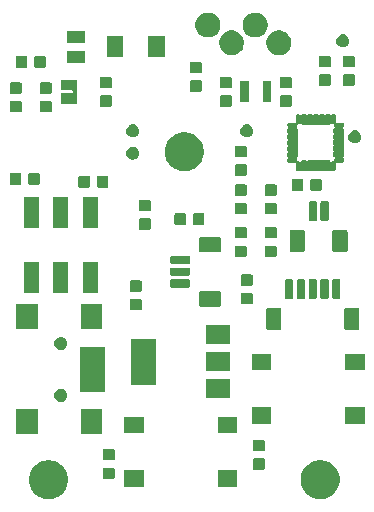
<source format=gbr>
G04 #@! TF.GenerationSoftware,KiCad,Pcbnew,5.1.2-f72e74a~84~ubuntu18.04.1*
G04 #@! TF.CreationDate,2019-05-19T10:24:28+02:00*
G04 #@! TF.ProjectId,lowpower,6c6f7770-6f77-4657-922e-6b696361645f,rev?*
G04 #@! TF.SameCoordinates,Original*
G04 #@! TF.FileFunction,Soldermask,Top*
G04 #@! TF.FilePolarity,Negative*
%FSLAX46Y46*%
G04 Gerber Fmt 4.6, Leading zero omitted, Abs format (unit mm)*
G04 Created by KiCad (PCBNEW 5.1.2-f72e74a~84~ubuntu18.04.1) date 2019-05-19 10:24:28*
%MOMM*%
%LPD*%
G04 APERTURE LIST*
%ADD10C,0.100000*%
G04 APERTURE END LIST*
D10*
G36*
X88316441Y-88379599D02*
G01*
X88481579Y-88412447D01*
X88782042Y-88536903D01*
X89052451Y-88717585D01*
X89282415Y-88947549D01*
X89429114Y-89167099D01*
X89463098Y-89217960D01*
X89587553Y-89518422D01*
X89650539Y-89835069D01*
X89651000Y-89837391D01*
X89651000Y-90162609D01*
X89587553Y-90481579D01*
X89463097Y-90782042D01*
X89282415Y-91052451D01*
X89052451Y-91282415D01*
X88782042Y-91463097D01*
X88481579Y-91587553D01*
X88375256Y-91608702D01*
X88162611Y-91651000D01*
X87837389Y-91651000D01*
X87624744Y-91608702D01*
X87518421Y-91587553D01*
X87217958Y-91463097D01*
X86947549Y-91282415D01*
X86717585Y-91052451D01*
X86536903Y-90782042D01*
X86412447Y-90481579D01*
X86349000Y-90162609D01*
X86349000Y-89837391D01*
X86349462Y-89835069D01*
X86412447Y-89518422D01*
X86536902Y-89217960D01*
X86570886Y-89167099D01*
X86717585Y-88947549D01*
X86947549Y-88717585D01*
X87217958Y-88536903D01*
X87518421Y-88412447D01*
X87683559Y-88379599D01*
X87837389Y-88349000D01*
X88162611Y-88349000D01*
X88316441Y-88379599D01*
X88316441Y-88379599D01*
G37*
G36*
X65316441Y-88379599D02*
G01*
X65481579Y-88412447D01*
X65782042Y-88536903D01*
X66052451Y-88717585D01*
X66282415Y-88947549D01*
X66429114Y-89167099D01*
X66463098Y-89217960D01*
X66587553Y-89518422D01*
X66650539Y-89835069D01*
X66651000Y-89837391D01*
X66651000Y-90162609D01*
X66587553Y-90481579D01*
X66463097Y-90782042D01*
X66282415Y-91052451D01*
X66052451Y-91282415D01*
X65782042Y-91463097D01*
X65481579Y-91587553D01*
X65375256Y-91608702D01*
X65162611Y-91651000D01*
X64837389Y-91651000D01*
X64624744Y-91608702D01*
X64518421Y-91587553D01*
X64217958Y-91463097D01*
X63947549Y-91282415D01*
X63717585Y-91052451D01*
X63536903Y-90782042D01*
X63412447Y-90481579D01*
X63349000Y-90162609D01*
X63349000Y-89837391D01*
X63349462Y-89835069D01*
X63412447Y-89518422D01*
X63536902Y-89217960D01*
X63570886Y-89167099D01*
X63717585Y-88947549D01*
X63947549Y-88717585D01*
X64217958Y-88536903D01*
X64518421Y-88412447D01*
X64683559Y-88379599D01*
X64837389Y-88349000D01*
X65162611Y-88349000D01*
X65316441Y-88379599D01*
X65316441Y-88379599D01*
G37*
G36*
X81001000Y-90581000D02*
G01*
X79349000Y-90581000D01*
X79349000Y-89179000D01*
X81001000Y-89179000D01*
X81001000Y-90581000D01*
X81001000Y-90581000D01*
G37*
G36*
X73051000Y-90581000D02*
G01*
X71399000Y-90581000D01*
X71399000Y-89179000D01*
X73051000Y-89179000D01*
X73051000Y-90581000D01*
X73051000Y-90581000D01*
G37*
G36*
X70483591Y-88974585D02*
G01*
X70517569Y-88984893D01*
X70548890Y-89001634D01*
X70576339Y-89024161D01*
X70598866Y-89051610D01*
X70615607Y-89082931D01*
X70625915Y-89116909D01*
X70630000Y-89158390D01*
X70630000Y-89759610D01*
X70625915Y-89801091D01*
X70615607Y-89835069D01*
X70598866Y-89866390D01*
X70576339Y-89893839D01*
X70548890Y-89916366D01*
X70517569Y-89933107D01*
X70483591Y-89943415D01*
X70442110Y-89947500D01*
X69765890Y-89947500D01*
X69724409Y-89943415D01*
X69690431Y-89933107D01*
X69659110Y-89916366D01*
X69631661Y-89893839D01*
X69609134Y-89866390D01*
X69592393Y-89835069D01*
X69582085Y-89801091D01*
X69578000Y-89759610D01*
X69578000Y-89158390D01*
X69582085Y-89116909D01*
X69592393Y-89082931D01*
X69609134Y-89051610D01*
X69631661Y-89024161D01*
X69659110Y-89001634D01*
X69690431Y-88984893D01*
X69724409Y-88974585D01*
X69765890Y-88970500D01*
X70442110Y-88970500D01*
X70483591Y-88974585D01*
X70483591Y-88974585D01*
G37*
G36*
X83183591Y-88187085D02*
G01*
X83217569Y-88197393D01*
X83248890Y-88214134D01*
X83276339Y-88236661D01*
X83298866Y-88264110D01*
X83315607Y-88295431D01*
X83325915Y-88329409D01*
X83330000Y-88370890D01*
X83330000Y-88972110D01*
X83325915Y-89013591D01*
X83315607Y-89047569D01*
X83298866Y-89078890D01*
X83276339Y-89106339D01*
X83248890Y-89128866D01*
X83217569Y-89145607D01*
X83183591Y-89155915D01*
X83142110Y-89160000D01*
X82465890Y-89160000D01*
X82424409Y-89155915D01*
X82390431Y-89145607D01*
X82359110Y-89128866D01*
X82331661Y-89106339D01*
X82309134Y-89078890D01*
X82292393Y-89047569D01*
X82282085Y-89013591D01*
X82278000Y-88972110D01*
X82278000Y-88370890D01*
X82282085Y-88329409D01*
X82292393Y-88295431D01*
X82309134Y-88264110D01*
X82331661Y-88236661D01*
X82359110Y-88214134D01*
X82390431Y-88197393D01*
X82424409Y-88187085D01*
X82465890Y-88183000D01*
X83142110Y-88183000D01*
X83183591Y-88187085D01*
X83183591Y-88187085D01*
G37*
G36*
X70483591Y-87399585D02*
G01*
X70517569Y-87409893D01*
X70548890Y-87426634D01*
X70576339Y-87449161D01*
X70598866Y-87476610D01*
X70615607Y-87507931D01*
X70625915Y-87541909D01*
X70630000Y-87583390D01*
X70630000Y-88184610D01*
X70625915Y-88226091D01*
X70615607Y-88260069D01*
X70598866Y-88291390D01*
X70576339Y-88318839D01*
X70548890Y-88341366D01*
X70517569Y-88358107D01*
X70483591Y-88368415D01*
X70442110Y-88372500D01*
X69765890Y-88372500D01*
X69724409Y-88368415D01*
X69690431Y-88358107D01*
X69659110Y-88341366D01*
X69631661Y-88318839D01*
X69609134Y-88291390D01*
X69592393Y-88260069D01*
X69582085Y-88226091D01*
X69578000Y-88184610D01*
X69578000Y-87583390D01*
X69582085Y-87541909D01*
X69592393Y-87507931D01*
X69609134Y-87476610D01*
X69631661Y-87449161D01*
X69659110Y-87426634D01*
X69690431Y-87409893D01*
X69724409Y-87399585D01*
X69765890Y-87395500D01*
X70442110Y-87395500D01*
X70483591Y-87399585D01*
X70483591Y-87399585D01*
G37*
G36*
X83183591Y-86612085D02*
G01*
X83217569Y-86622393D01*
X83248890Y-86639134D01*
X83276339Y-86661661D01*
X83298866Y-86689110D01*
X83315607Y-86720431D01*
X83325915Y-86754409D01*
X83330000Y-86795890D01*
X83330000Y-87397110D01*
X83325915Y-87438591D01*
X83315607Y-87472569D01*
X83298866Y-87503890D01*
X83276339Y-87531339D01*
X83248890Y-87553866D01*
X83217569Y-87570607D01*
X83183591Y-87580915D01*
X83142110Y-87585000D01*
X82465890Y-87585000D01*
X82424409Y-87580915D01*
X82390431Y-87570607D01*
X82359110Y-87553866D01*
X82331661Y-87531339D01*
X82309134Y-87503890D01*
X82292393Y-87472569D01*
X82282085Y-87438591D01*
X82278000Y-87397110D01*
X82278000Y-86795890D01*
X82282085Y-86754409D01*
X82292393Y-86720431D01*
X82309134Y-86689110D01*
X82331661Y-86661661D01*
X82359110Y-86639134D01*
X82390431Y-86622393D01*
X82424409Y-86612085D01*
X82465890Y-86608000D01*
X83142110Y-86608000D01*
X83183591Y-86612085D01*
X83183591Y-86612085D01*
G37*
G36*
X64091000Y-86151000D02*
G01*
X62289000Y-86151000D01*
X62289000Y-84049000D01*
X64091000Y-84049000D01*
X64091000Y-86151000D01*
X64091000Y-86151000D01*
G37*
G36*
X69541000Y-86151000D02*
G01*
X67739000Y-86151000D01*
X67739000Y-84049000D01*
X69541000Y-84049000D01*
X69541000Y-86151000D01*
X69541000Y-86151000D01*
G37*
G36*
X73051000Y-86081000D02*
G01*
X71399000Y-86081000D01*
X71399000Y-84679000D01*
X73051000Y-84679000D01*
X73051000Y-86081000D01*
X73051000Y-86081000D01*
G37*
G36*
X81001000Y-86081000D02*
G01*
X79349000Y-86081000D01*
X79349000Y-84679000D01*
X81001000Y-84679000D01*
X81001000Y-86081000D01*
X81001000Y-86081000D01*
G37*
G36*
X83846000Y-85247000D02*
G01*
X82194000Y-85247000D01*
X82194000Y-83845000D01*
X83846000Y-83845000D01*
X83846000Y-85247000D01*
X83846000Y-85247000D01*
G37*
G36*
X91796000Y-85247000D02*
G01*
X90144000Y-85247000D01*
X90144000Y-83845000D01*
X91796000Y-83845000D01*
X91796000Y-85247000D01*
X91796000Y-85247000D01*
G37*
G36*
X66200721Y-82320174D02*
G01*
X66300995Y-82361709D01*
X66300996Y-82361710D01*
X66391242Y-82422010D01*
X66467990Y-82498758D01*
X66467991Y-82498760D01*
X66528291Y-82589005D01*
X66569826Y-82689279D01*
X66591000Y-82795730D01*
X66591000Y-82904270D01*
X66569826Y-83010721D01*
X66528291Y-83110995D01*
X66498345Y-83155812D01*
X66467990Y-83201242D01*
X66391242Y-83277990D01*
X66345812Y-83308345D01*
X66300995Y-83338291D01*
X66200721Y-83379826D01*
X66094270Y-83401000D01*
X65985730Y-83401000D01*
X65879279Y-83379826D01*
X65779005Y-83338291D01*
X65734188Y-83308345D01*
X65688758Y-83277990D01*
X65612010Y-83201242D01*
X65581655Y-83155812D01*
X65551709Y-83110995D01*
X65510174Y-83010721D01*
X65489000Y-82904270D01*
X65489000Y-82795730D01*
X65510174Y-82689279D01*
X65551709Y-82589005D01*
X65612009Y-82498760D01*
X65612010Y-82498758D01*
X65688758Y-82422010D01*
X65779004Y-82361710D01*
X65779005Y-82361709D01*
X65879279Y-82320174D01*
X65985730Y-82299000D01*
X66094270Y-82299000D01*
X66200721Y-82320174D01*
X66200721Y-82320174D01*
G37*
G36*
X80401000Y-83111000D02*
G01*
X78299000Y-83111000D01*
X78299000Y-81509000D01*
X80401000Y-81509000D01*
X80401000Y-83111000D01*
X80401000Y-83111000D01*
G37*
G36*
X69791000Y-82551000D02*
G01*
X67689000Y-82551000D01*
X67689000Y-78749000D01*
X69791000Y-78749000D01*
X69791000Y-82551000D01*
X69791000Y-82551000D01*
G37*
G36*
X74101000Y-81961000D02*
G01*
X71999000Y-81961000D01*
X71999000Y-78059000D01*
X74101000Y-78059000D01*
X74101000Y-81961000D01*
X74101000Y-81961000D01*
G37*
G36*
X80401000Y-80811000D02*
G01*
X78299000Y-80811000D01*
X78299000Y-79209000D01*
X80401000Y-79209000D01*
X80401000Y-80811000D01*
X80401000Y-80811000D01*
G37*
G36*
X91796000Y-80747000D02*
G01*
X90144000Y-80747000D01*
X90144000Y-79345000D01*
X91796000Y-79345000D01*
X91796000Y-80747000D01*
X91796000Y-80747000D01*
G37*
G36*
X83846000Y-80747000D02*
G01*
X82194000Y-80747000D01*
X82194000Y-79345000D01*
X83846000Y-79345000D01*
X83846000Y-80747000D01*
X83846000Y-80747000D01*
G37*
G36*
X66200721Y-77920174D02*
G01*
X66300995Y-77961709D01*
X66300996Y-77961710D01*
X66391242Y-78022010D01*
X66467990Y-78098758D01*
X66467991Y-78098760D01*
X66528291Y-78189005D01*
X66569826Y-78289279D01*
X66591000Y-78395730D01*
X66591000Y-78504270D01*
X66569826Y-78610721D01*
X66528291Y-78710995D01*
X66528290Y-78710996D01*
X66467990Y-78801242D01*
X66391242Y-78877990D01*
X66345812Y-78908345D01*
X66300995Y-78938291D01*
X66200721Y-78979826D01*
X66094270Y-79001000D01*
X65985730Y-79001000D01*
X65879279Y-78979826D01*
X65779005Y-78938291D01*
X65734188Y-78908345D01*
X65688758Y-78877990D01*
X65612010Y-78801242D01*
X65551710Y-78710996D01*
X65551709Y-78710995D01*
X65510174Y-78610721D01*
X65489000Y-78504270D01*
X65489000Y-78395730D01*
X65510174Y-78289279D01*
X65551709Y-78189005D01*
X65612009Y-78098760D01*
X65612010Y-78098758D01*
X65688758Y-78022010D01*
X65779004Y-77961710D01*
X65779005Y-77961709D01*
X65879279Y-77920174D01*
X65985730Y-77899000D01*
X66094270Y-77899000D01*
X66200721Y-77920174D01*
X66200721Y-77920174D01*
G37*
G36*
X80401000Y-78511000D02*
G01*
X78299000Y-78511000D01*
X78299000Y-76909000D01*
X80401000Y-76909000D01*
X80401000Y-78511000D01*
X80401000Y-78511000D01*
G37*
G36*
X91167242Y-75437404D02*
G01*
X91204337Y-75448657D01*
X91238515Y-75466925D01*
X91268481Y-75491519D01*
X91293075Y-75521485D01*
X91311343Y-75555663D01*
X91322596Y-75592758D01*
X91327000Y-75637474D01*
X91327000Y-77130526D01*
X91322596Y-77175242D01*
X91311343Y-77212337D01*
X91293075Y-77246515D01*
X91268481Y-77276481D01*
X91238515Y-77301075D01*
X91204337Y-77319343D01*
X91167242Y-77330596D01*
X91122526Y-77335000D01*
X90229474Y-77335000D01*
X90184758Y-77330596D01*
X90147663Y-77319343D01*
X90113485Y-77301075D01*
X90083519Y-77276481D01*
X90058925Y-77246515D01*
X90040657Y-77212337D01*
X90029404Y-77175242D01*
X90025000Y-77130526D01*
X90025000Y-75637474D01*
X90029404Y-75592758D01*
X90040657Y-75555663D01*
X90058925Y-75521485D01*
X90083519Y-75491519D01*
X90113485Y-75466925D01*
X90147663Y-75448657D01*
X90184758Y-75437404D01*
X90229474Y-75433000D01*
X91122526Y-75433000D01*
X91167242Y-75437404D01*
X91167242Y-75437404D01*
G37*
G36*
X84567242Y-75437404D02*
G01*
X84604337Y-75448657D01*
X84638515Y-75466925D01*
X84668481Y-75491519D01*
X84693075Y-75521485D01*
X84711343Y-75555663D01*
X84722596Y-75592758D01*
X84727000Y-75637474D01*
X84727000Y-77130526D01*
X84722596Y-77175242D01*
X84711343Y-77212337D01*
X84693075Y-77246515D01*
X84668481Y-77276481D01*
X84638515Y-77301075D01*
X84604337Y-77319343D01*
X84567242Y-77330596D01*
X84522526Y-77335000D01*
X83629474Y-77335000D01*
X83584758Y-77330596D01*
X83547663Y-77319343D01*
X83513485Y-77301075D01*
X83483519Y-77276481D01*
X83458925Y-77246515D01*
X83440657Y-77212337D01*
X83429404Y-77175242D01*
X83425000Y-77130526D01*
X83425000Y-75637474D01*
X83429404Y-75592758D01*
X83440657Y-75555663D01*
X83458925Y-75521485D01*
X83483519Y-75491519D01*
X83513485Y-75466925D01*
X83547663Y-75448657D01*
X83584758Y-75437404D01*
X83629474Y-75433000D01*
X84522526Y-75433000D01*
X84567242Y-75437404D01*
X84567242Y-75437404D01*
G37*
G36*
X69541000Y-77251000D02*
G01*
X67739000Y-77251000D01*
X67739000Y-75149000D01*
X69541000Y-75149000D01*
X69541000Y-77251000D01*
X69541000Y-77251000D01*
G37*
G36*
X64091000Y-77251000D02*
G01*
X62289000Y-77251000D01*
X62289000Y-75149000D01*
X64091000Y-75149000D01*
X64091000Y-77251000D01*
X64091000Y-77251000D01*
G37*
G36*
X72769591Y-74699585D02*
G01*
X72803569Y-74709893D01*
X72834890Y-74726634D01*
X72862339Y-74749161D01*
X72884866Y-74776610D01*
X72901607Y-74807931D01*
X72911915Y-74841909D01*
X72916000Y-74883390D01*
X72916000Y-75484610D01*
X72911915Y-75526091D01*
X72901607Y-75560069D01*
X72884866Y-75591390D01*
X72862339Y-75618839D01*
X72834890Y-75641366D01*
X72803569Y-75658107D01*
X72769591Y-75668415D01*
X72728110Y-75672500D01*
X72051890Y-75672500D01*
X72010409Y-75668415D01*
X71976431Y-75658107D01*
X71945110Y-75641366D01*
X71917661Y-75618839D01*
X71895134Y-75591390D01*
X71878393Y-75560069D01*
X71868085Y-75526091D01*
X71864000Y-75484610D01*
X71864000Y-74883390D01*
X71868085Y-74841909D01*
X71878393Y-74807931D01*
X71895134Y-74776610D01*
X71917661Y-74749161D01*
X71945110Y-74726634D01*
X71976431Y-74709893D01*
X72010409Y-74699585D01*
X72051890Y-74695500D01*
X72728110Y-74695500D01*
X72769591Y-74699585D01*
X72769591Y-74699585D01*
G37*
G36*
X79461242Y-74043404D02*
G01*
X79498337Y-74054657D01*
X79532515Y-74072925D01*
X79562481Y-74097519D01*
X79587075Y-74127485D01*
X79605343Y-74161663D01*
X79616596Y-74198758D01*
X79621000Y-74243474D01*
X79621000Y-75136526D01*
X79616596Y-75181242D01*
X79605343Y-75218337D01*
X79587075Y-75252515D01*
X79562481Y-75282481D01*
X79532515Y-75307075D01*
X79498337Y-75325343D01*
X79461242Y-75336596D01*
X79416526Y-75341000D01*
X77923474Y-75341000D01*
X77878758Y-75336596D01*
X77841663Y-75325343D01*
X77807485Y-75307075D01*
X77777519Y-75282481D01*
X77752925Y-75252515D01*
X77734657Y-75218337D01*
X77723404Y-75181242D01*
X77719000Y-75136526D01*
X77719000Y-74243474D01*
X77723404Y-74198758D01*
X77734657Y-74161663D01*
X77752925Y-74127485D01*
X77777519Y-74097519D01*
X77807485Y-74072925D01*
X77841663Y-74054657D01*
X77878758Y-74043404D01*
X77923474Y-74039000D01*
X79416526Y-74039000D01*
X79461242Y-74043404D01*
X79461242Y-74043404D01*
G37*
G36*
X82167591Y-74191585D02*
G01*
X82201569Y-74201893D01*
X82232890Y-74218634D01*
X82260339Y-74241161D01*
X82282866Y-74268610D01*
X82299607Y-74299931D01*
X82309915Y-74333909D01*
X82314000Y-74375390D01*
X82314000Y-74976610D01*
X82309915Y-75018091D01*
X82299607Y-75052069D01*
X82282866Y-75083390D01*
X82260339Y-75110839D01*
X82232890Y-75133366D01*
X82201569Y-75150107D01*
X82167591Y-75160415D01*
X82126110Y-75164500D01*
X81449890Y-75164500D01*
X81408409Y-75160415D01*
X81374431Y-75150107D01*
X81343110Y-75133366D01*
X81315661Y-75110839D01*
X81293134Y-75083390D01*
X81276393Y-75052069D01*
X81266085Y-75018091D01*
X81262000Y-74976610D01*
X81262000Y-74375390D01*
X81266085Y-74333909D01*
X81276393Y-74299931D01*
X81293134Y-74268610D01*
X81315661Y-74241161D01*
X81343110Y-74218634D01*
X81374431Y-74201893D01*
X81408409Y-74191585D01*
X81449890Y-74187500D01*
X82126110Y-74187500D01*
X82167591Y-74191585D01*
X82167591Y-74191585D01*
G37*
G36*
X85635928Y-73035764D02*
G01*
X85657009Y-73042160D01*
X85676445Y-73052548D01*
X85693476Y-73066524D01*
X85707452Y-73083555D01*
X85717840Y-73102991D01*
X85724236Y-73124072D01*
X85727000Y-73152140D01*
X85727000Y-74565860D01*
X85724236Y-74593928D01*
X85717840Y-74615009D01*
X85707452Y-74634445D01*
X85693476Y-74651476D01*
X85676445Y-74665452D01*
X85657009Y-74675840D01*
X85635928Y-74682236D01*
X85607860Y-74685000D01*
X85144140Y-74685000D01*
X85116072Y-74682236D01*
X85094991Y-74675840D01*
X85075555Y-74665452D01*
X85058524Y-74651476D01*
X85044548Y-74634445D01*
X85034160Y-74615009D01*
X85027764Y-74593928D01*
X85025000Y-74565860D01*
X85025000Y-73152140D01*
X85027764Y-73124072D01*
X85034160Y-73102991D01*
X85044548Y-73083555D01*
X85058524Y-73066524D01*
X85075555Y-73052548D01*
X85094991Y-73042160D01*
X85116072Y-73035764D01*
X85144140Y-73033000D01*
X85607860Y-73033000D01*
X85635928Y-73035764D01*
X85635928Y-73035764D01*
G37*
G36*
X86635928Y-73035764D02*
G01*
X86657009Y-73042160D01*
X86676445Y-73052548D01*
X86693476Y-73066524D01*
X86707452Y-73083555D01*
X86717840Y-73102991D01*
X86724236Y-73124072D01*
X86727000Y-73152140D01*
X86727000Y-74565860D01*
X86724236Y-74593928D01*
X86717840Y-74615009D01*
X86707452Y-74634445D01*
X86693476Y-74651476D01*
X86676445Y-74665452D01*
X86657009Y-74675840D01*
X86635928Y-74682236D01*
X86607860Y-74685000D01*
X86144140Y-74685000D01*
X86116072Y-74682236D01*
X86094991Y-74675840D01*
X86075555Y-74665452D01*
X86058524Y-74651476D01*
X86044548Y-74634445D01*
X86034160Y-74615009D01*
X86027764Y-74593928D01*
X86025000Y-74565860D01*
X86025000Y-73152140D01*
X86027764Y-73124072D01*
X86034160Y-73102991D01*
X86044548Y-73083555D01*
X86058524Y-73066524D01*
X86075555Y-73052548D01*
X86094991Y-73042160D01*
X86116072Y-73035764D01*
X86144140Y-73033000D01*
X86607860Y-73033000D01*
X86635928Y-73035764D01*
X86635928Y-73035764D01*
G37*
G36*
X87635928Y-73035764D02*
G01*
X87657009Y-73042160D01*
X87676445Y-73052548D01*
X87693476Y-73066524D01*
X87707452Y-73083555D01*
X87717840Y-73102991D01*
X87724236Y-73124072D01*
X87727000Y-73152140D01*
X87727000Y-74565860D01*
X87724236Y-74593928D01*
X87717840Y-74615009D01*
X87707452Y-74634445D01*
X87693476Y-74651476D01*
X87676445Y-74665452D01*
X87657009Y-74675840D01*
X87635928Y-74682236D01*
X87607860Y-74685000D01*
X87144140Y-74685000D01*
X87116072Y-74682236D01*
X87094991Y-74675840D01*
X87075555Y-74665452D01*
X87058524Y-74651476D01*
X87044548Y-74634445D01*
X87034160Y-74615009D01*
X87027764Y-74593928D01*
X87025000Y-74565860D01*
X87025000Y-73152140D01*
X87027764Y-73124072D01*
X87034160Y-73102991D01*
X87044548Y-73083555D01*
X87058524Y-73066524D01*
X87075555Y-73052548D01*
X87094991Y-73042160D01*
X87116072Y-73035764D01*
X87144140Y-73033000D01*
X87607860Y-73033000D01*
X87635928Y-73035764D01*
X87635928Y-73035764D01*
G37*
G36*
X89635928Y-73035764D02*
G01*
X89657009Y-73042160D01*
X89676445Y-73052548D01*
X89693476Y-73066524D01*
X89707452Y-73083555D01*
X89717840Y-73102991D01*
X89724236Y-73124072D01*
X89727000Y-73152140D01*
X89727000Y-74565860D01*
X89724236Y-74593928D01*
X89717840Y-74615009D01*
X89707452Y-74634445D01*
X89693476Y-74651476D01*
X89676445Y-74665452D01*
X89657009Y-74675840D01*
X89635928Y-74682236D01*
X89607860Y-74685000D01*
X89144140Y-74685000D01*
X89116072Y-74682236D01*
X89094991Y-74675840D01*
X89075555Y-74665452D01*
X89058524Y-74651476D01*
X89044548Y-74634445D01*
X89034160Y-74615009D01*
X89027764Y-74593928D01*
X89025000Y-74565860D01*
X89025000Y-73152140D01*
X89027764Y-73124072D01*
X89034160Y-73102991D01*
X89044548Y-73083555D01*
X89058524Y-73066524D01*
X89075555Y-73052548D01*
X89094991Y-73042160D01*
X89116072Y-73035764D01*
X89144140Y-73033000D01*
X89607860Y-73033000D01*
X89635928Y-73035764D01*
X89635928Y-73035764D01*
G37*
G36*
X88635928Y-73035764D02*
G01*
X88657009Y-73042160D01*
X88676445Y-73052548D01*
X88693476Y-73066524D01*
X88707452Y-73083555D01*
X88717840Y-73102991D01*
X88724236Y-73124072D01*
X88727000Y-73152140D01*
X88727000Y-74565860D01*
X88724236Y-74593928D01*
X88717840Y-74615009D01*
X88707452Y-74634445D01*
X88693476Y-74651476D01*
X88676445Y-74665452D01*
X88657009Y-74675840D01*
X88635928Y-74682236D01*
X88607860Y-74685000D01*
X88144140Y-74685000D01*
X88116072Y-74682236D01*
X88094991Y-74675840D01*
X88075555Y-74665452D01*
X88058524Y-74651476D01*
X88044548Y-74634445D01*
X88034160Y-74615009D01*
X88027764Y-74593928D01*
X88025000Y-74565860D01*
X88025000Y-73152140D01*
X88027764Y-73124072D01*
X88034160Y-73102991D01*
X88044548Y-73083555D01*
X88058524Y-73066524D01*
X88075555Y-73052548D01*
X88094991Y-73042160D01*
X88116072Y-73035764D01*
X88144140Y-73033000D01*
X88607860Y-73033000D01*
X88635928Y-73035764D01*
X88635928Y-73035764D01*
G37*
G36*
X64191000Y-74155000D02*
G01*
X62889000Y-74155000D01*
X62889000Y-71553000D01*
X64191000Y-71553000D01*
X64191000Y-74155000D01*
X64191000Y-74155000D01*
G37*
G36*
X66691000Y-74155000D02*
G01*
X65389000Y-74155000D01*
X65389000Y-71553000D01*
X66691000Y-71553000D01*
X66691000Y-74155000D01*
X66691000Y-74155000D01*
G37*
G36*
X69191000Y-74155000D02*
G01*
X67889000Y-74155000D01*
X67889000Y-71553000D01*
X69191000Y-71553000D01*
X69191000Y-74155000D01*
X69191000Y-74155000D01*
G37*
G36*
X72769591Y-73124585D02*
G01*
X72803569Y-73134893D01*
X72834890Y-73151634D01*
X72862339Y-73174161D01*
X72884866Y-73201610D01*
X72901607Y-73232931D01*
X72911915Y-73266909D01*
X72916000Y-73308390D01*
X72916000Y-73909610D01*
X72911915Y-73951091D01*
X72901607Y-73985069D01*
X72884866Y-74016390D01*
X72862339Y-74043839D01*
X72834890Y-74066366D01*
X72803569Y-74083107D01*
X72769591Y-74093415D01*
X72728110Y-74097500D01*
X72051890Y-74097500D01*
X72010409Y-74093415D01*
X71976431Y-74083107D01*
X71945110Y-74066366D01*
X71917661Y-74043839D01*
X71895134Y-74016390D01*
X71878393Y-73985069D01*
X71868085Y-73951091D01*
X71864000Y-73909610D01*
X71864000Y-73308390D01*
X71868085Y-73266909D01*
X71878393Y-73232931D01*
X71895134Y-73201610D01*
X71917661Y-73174161D01*
X71945110Y-73151634D01*
X71976431Y-73134893D01*
X72010409Y-73124585D01*
X72051890Y-73120500D01*
X72728110Y-73120500D01*
X72769591Y-73124585D01*
X72769591Y-73124585D01*
G37*
G36*
X76879928Y-73041764D02*
G01*
X76901009Y-73048160D01*
X76920445Y-73058548D01*
X76937476Y-73072524D01*
X76951452Y-73089555D01*
X76961840Y-73108991D01*
X76968236Y-73130072D01*
X76971000Y-73158140D01*
X76971000Y-73621860D01*
X76968236Y-73649928D01*
X76961840Y-73671009D01*
X76951452Y-73690445D01*
X76937476Y-73707476D01*
X76920445Y-73721452D01*
X76901009Y-73731840D01*
X76879928Y-73738236D01*
X76851860Y-73741000D01*
X75438140Y-73741000D01*
X75410072Y-73738236D01*
X75388991Y-73731840D01*
X75369555Y-73721452D01*
X75352524Y-73707476D01*
X75338548Y-73690445D01*
X75328160Y-73671009D01*
X75321764Y-73649928D01*
X75319000Y-73621860D01*
X75319000Y-73158140D01*
X75321764Y-73130072D01*
X75328160Y-73108991D01*
X75338548Y-73089555D01*
X75352524Y-73072524D01*
X75369555Y-73058548D01*
X75388991Y-73048160D01*
X75410072Y-73041764D01*
X75438140Y-73039000D01*
X76851860Y-73039000D01*
X76879928Y-73041764D01*
X76879928Y-73041764D01*
G37*
G36*
X82167591Y-72616585D02*
G01*
X82201569Y-72626893D01*
X82232890Y-72643634D01*
X82260339Y-72666161D01*
X82282866Y-72693610D01*
X82299607Y-72724931D01*
X82309915Y-72758909D01*
X82314000Y-72800390D01*
X82314000Y-73401610D01*
X82309915Y-73443091D01*
X82299607Y-73477069D01*
X82282866Y-73508390D01*
X82260339Y-73535839D01*
X82232890Y-73558366D01*
X82201569Y-73575107D01*
X82167591Y-73585415D01*
X82126110Y-73589500D01*
X81449890Y-73589500D01*
X81408409Y-73585415D01*
X81374431Y-73575107D01*
X81343110Y-73558366D01*
X81315661Y-73535839D01*
X81293134Y-73508390D01*
X81276393Y-73477069D01*
X81266085Y-73443091D01*
X81262000Y-73401610D01*
X81262000Y-72800390D01*
X81266085Y-72758909D01*
X81276393Y-72724931D01*
X81293134Y-72693610D01*
X81315661Y-72666161D01*
X81343110Y-72643634D01*
X81374431Y-72626893D01*
X81408409Y-72616585D01*
X81449890Y-72612500D01*
X82126110Y-72612500D01*
X82167591Y-72616585D01*
X82167591Y-72616585D01*
G37*
G36*
X76879928Y-72041764D02*
G01*
X76901009Y-72048160D01*
X76920445Y-72058548D01*
X76937476Y-72072524D01*
X76951452Y-72089555D01*
X76961840Y-72108991D01*
X76968236Y-72130072D01*
X76971000Y-72158140D01*
X76971000Y-72621860D01*
X76968236Y-72649928D01*
X76961840Y-72671009D01*
X76951452Y-72690445D01*
X76937476Y-72707476D01*
X76920445Y-72721452D01*
X76901009Y-72731840D01*
X76879928Y-72738236D01*
X76851860Y-72741000D01*
X75438140Y-72741000D01*
X75410072Y-72738236D01*
X75388991Y-72731840D01*
X75369555Y-72721452D01*
X75352524Y-72707476D01*
X75338548Y-72690445D01*
X75328160Y-72671009D01*
X75321764Y-72649928D01*
X75319000Y-72621860D01*
X75319000Y-72158140D01*
X75321764Y-72130072D01*
X75328160Y-72108991D01*
X75338548Y-72089555D01*
X75352524Y-72072524D01*
X75369555Y-72058548D01*
X75388991Y-72048160D01*
X75410072Y-72041764D01*
X75438140Y-72039000D01*
X76851860Y-72039000D01*
X76879928Y-72041764D01*
X76879928Y-72041764D01*
G37*
G36*
X76879928Y-71041764D02*
G01*
X76901009Y-71048160D01*
X76920445Y-71058548D01*
X76937476Y-71072524D01*
X76951452Y-71089555D01*
X76961840Y-71108991D01*
X76968236Y-71130072D01*
X76971000Y-71158140D01*
X76971000Y-71621860D01*
X76968236Y-71649928D01*
X76961840Y-71671009D01*
X76951452Y-71690445D01*
X76937476Y-71707476D01*
X76920445Y-71721452D01*
X76901009Y-71731840D01*
X76879928Y-71738236D01*
X76851860Y-71741000D01*
X75438140Y-71741000D01*
X75410072Y-71738236D01*
X75388991Y-71731840D01*
X75369555Y-71721452D01*
X75352524Y-71707476D01*
X75338548Y-71690445D01*
X75328160Y-71671009D01*
X75321764Y-71649928D01*
X75319000Y-71621860D01*
X75319000Y-71158140D01*
X75321764Y-71130072D01*
X75328160Y-71108991D01*
X75338548Y-71089555D01*
X75352524Y-71072524D01*
X75369555Y-71058548D01*
X75388991Y-71048160D01*
X75410072Y-71041764D01*
X75438140Y-71039000D01*
X76851860Y-71039000D01*
X76879928Y-71041764D01*
X76879928Y-71041764D01*
G37*
G36*
X84199591Y-70178585D02*
G01*
X84233569Y-70188893D01*
X84264890Y-70205634D01*
X84292339Y-70228161D01*
X84314866Y-70255610D01*
X84331607Y-70286931D01*
X84341915Y-70320909D01*
X84346000Y-70362390D01*
X84346000Y-70963610D01*
X84341915Y-71005091D01*
X84331607Y-71039069D01*
X84314866Y-71070390D01*
X84292339Y-71097839D01*
X84264890Y-71120366D01*
X84233569Y-71137107D01*
X84199591Y-71147415D01*
X84158110Y-71151500D01*
X83481890Y-71151500D01*
X83440409Y-71147415D01*
X83406431Y-71137107D01*
X83375110Y-71120366D01*
X83347661Y-71097839D01*
X83325134Y-71070390D01*
X83308393Y-71039069D01*
X83298085Y-71005091D01*
X83294000Y-70963610D01*
X83294000Y-70362390D01*
X83298085Y-70320909D01*
X83308393Y-70286931D01*
X83325134Y-70255610D01*
X83347661Y-70228161D01*
X83375110Y-70205634D01*
X83406431Y-70188893D01*
X83440409Y-70178585D01*
X83481890Y-70174500D01*
X84158110Y-70174500D01*
X84199591Y-70178585D01*
X84199591Y-70178585D01*
G37*
G36*
X81659591Y-70178585D02*
G01*
X81693569Y-70188893D01*
X81724890Y-70205634D01*
X81752339Y-70228161D01*
X81774866Y-70255610D01*
X81791607Y-70286931D01*
X81801915Y-70320909D01*
X81806000Y-70362390D01*
X81806000Y-70963610D01*
X81801915Y-71005091D01*
X81791607Y-71039069D01*
X81774866Y-71070390D01*
X81752339Y-71097839D01*
X81724890Y-71120366D01*
X81693569Y-71137107D01*
X81659591Y-71147415D01*
X81618110Y-71151500D01*
X80941890Y-71151500D01*
X80900409Y-71147415D01*
X80866431Y-71137107D01*
X80835110Y-71120366D01*
X80807661Y-71097839D01*
X80785134Y-71070390D01*
X80768393Y-71039069D01*
X80758085Y-71005091D01*
X80754000Y-70963610D01*
X80754000Y-70362390D01*
X80758085Y-70320909D01*
X80768393Y-70286931D01*
X80785134Y-70255610D01*
X80807661Y-70228161D01*
X80835110Y-70205634D01*
X80866431Y-70188893D01*
X80900409Y-70178585D01*
X80941890Y-70174500D01*
X81618110Y-70174500D01*
X81659591Y-70178585D01*
X81659591Y-70178585D01*
G37*
G36*
X79461242Y-69443404D02*
G01*
X79498337Y-69454657D01*
X79532515Y-69472925D01*
X79562481Y-69497519D01*
X79587075Y-69527485D01*
X79605343Y-69561663D01*
X79616596Y-69598758D01*
X79621000Y-69643474D01*
X79621000Y-70536526D01*
X79616596Y-70581242D01*
X79605343Y-70618337D01*
X79587075Y-70652515D01*
X79562481Y-70682481D01*
X79532515Y-70707075D01*
X79498337Y-70725343D01*
X79461242Y-70736596D01*
X79416526Y-70741000D01*
X77923474Y-70741000D01*
X77878758Y-70736596D01*
X77841663Y-70725343D01*
X77807485Y-70707075D01*
X77777519Y-70682481D01*
X77752925Y-70652515D01*
X77734657Y-70618337D01*
X77723404Y-70581242D01*
X77719000Y-70536526D01*
X77719000Y-69643474D01*
X77723404Y-69598758D01*
X77734657Y-69561663D01*
X77752925Y-69527485D01*
X77777519Y-69497519D01*
X77807485Y-69472925D01*
X77841663Y-69454657D01*
X77878758Y-69443404D01*
X77923474Y-69439000D01*
X79416526Y-69439000D01*
X79461242Y-69443404D01*
X79461242Y-69443404D01*
G37*
G36*
X86575242Y-68833404D02*
G01*
X86612337Y-68844657D01*
X86646515Y-68862925D01*
X86676481Y-68887519D01*
X86701075Y-68917485D01*
X86719343Y-68951663D01*
X86730596Y-68988758D01*
X86735000Y-69033474D01*
X86735000Y-70526526D01*
X86730596Y-70571242D01*
X86719343Y-70608337D01*
X86701075Y-70642515D01*
X86676481Y-70672481D01*
X86646515Y-70697075D01*
X86612337Y-70715343D01*
X86575242Y-70726596D01*
X86530526Y-70731000D01*
X85637474Y-70731000D01*
X85592758Y-70726596D01*
X85555663Y-70715343D01*
X85521485Y-70697075D01*
X85491519Y-70672481D01*
X85466925Y-70642515D01*
X85448657Y-70608337D01*
X85437404Y-70571242D01*
X85433000Y-70526526D01*
X85433000Y-69033474D01*
X85437404Y-68988758D01*
X85448657Y-68951663D01*
X85466925Y-68917485D01*
X85491519Y-68887519D01*
X85521485Y-68862925D01*
X85555663Y-68844657D01*
X85592758Y-68833404D01*
X85637474Y-68829000D01*
X86530526Y-68829000D01*
X86575242Y-68833404D01*
X86575242Y-68833404D01*
G37*
G36*
X90175242Y-68833404D02*
G01*
X90212337Y-68844657D01*
X90246515Y-68862925D01*
X90276481Y-68887519D01*
X90301075Y-68917485D01*
X90319343Y-68951663D01*
X90330596Y-68988758D01*
X90335000Y-69033474D01*
X90335000Y-70526526D01*
X90330596Y-70571242D01*
X90319343Y-70608337D01*
X90301075Y-70642515D01*
X90276481Y-70672481D01*
X90246515Y-70697075D01*
X90212337Y-70715343D01*
X90175242Y-70726596D01*
X90130526Y-70731000D01*
X89237474Y-70731000D01*
X89192758Y-70726596D01*
X89155663Y-70715343D01*
X89121485Y-70697075D01*
X89091519Y-70672481D01*
X89066925Y-70642515D01*
X89048657Y-70608337D01*
X89037404Y-70571242D01*
X89033000Y-70526526D01*
X89033000Y-69033474D01*
X89037404Y-68988758D01*
X89048657Y-68951663D01*
X89066925Y-68917485D01*
X89091519Y-68887519D01*
X89121485Y-68862925D01*
X89155663Y-68844657D01*
X89192758Y-68833404D01*
X89237474Y-68829000D01*
X90130526Y-68829000D01*
X90175242Y-68833404D01*
X90175242Y-68833404D01*
G37*
G36*
X81659591Y-68603585D02*
G01*
X81693569Y-68613893D01*
X81724890Y-68630634D01*
X81752339Y-68653161D01*
X81774866Y-68680610D01*
X81791607Y-68711931D01*
X81801915Y-68745909D01*
X81806000Y-68787390D01*
X81806000Y-69388610D01*
X81801915Y-69430091D01*
X81791607Y-69464069D01*
X81774866Y-69495390D01*
X81752339Y-69522839D01*
X81724890Y-69545366D01*
X81693569Y-69562107D01*
X81659591Y-69572415D01*
X81618110Y-69576500D01*
X80941890Y-69576500D01*
X80900409Y-69572415D01*
X80866431Y-69562107D01*
X80835110Y-69545366D01*
X80807661Y-69522839D01*
X80785134Y-69495390D01*
X80768393Y-69464069D01*
X80758085Y-69430091D01*
X80754000Y-69388610D01*
X80754000Y-68787390D01*
X80758085Y-68745909D01*
X80768393Y-68711931D01*
X80785134Y-68680610D01*
X80807661Y-68653161D01*
X80835110Y-68630634D01*
X80866431Y-68613893D01*
X80900409Y-68603585D01*
X80941890Y-68599500D01*
X81618110Y-68599500D01*
X81659591Y-68603585D01*
X81659591Y-68603585D01*
G37*
G36*
X84199591Y-68603585D02*
G01*
X84233569Y-68613893D01*
X84264890Y-68630634D01*
X84292339Y-68653161D01*
X84314866Y-68680610D01*
X84331607Y-68711931D01*
X84341915Y-68745909D01*
X84346000Y-68787390D01*
X84346000Y-69388610D01*
X84341915Y-69430091D01*
X84331607Y-69464069D01*
X84314866Y-69495390D01*
X84292339Y-69522839D01*
X84264890Y-69545366D01*
X84233569Y-69562107D01*
X84199591Y-69572415D01*
X84158110Y-69576500D01*
X83481890Y-69576500D01*
X83440409Y-69572415D01*
X83406431Y-69562107D01*
X83375110Y-69545366D01*
X83347661Y-69522839D01*
X83325134Y-69495390D01*
X83308393Y-69464069D01*
X83298085Y-69430091D01*
X83294000Y-69388610D01*
X83294000Y-68787390D01*
X83298085Y-68745909D01*
X83308393Y-68711931D01*
X83325134Y-68680610D01*
X83347661Y-68653161D01*
X83375110Y-68630634D01*
X83406431Y-68613893D01*
X83440409Y-68603585D01*
X83481890Y-68599500D01*
X84158110Y-68599500D01*
X84199591Y-68603585D01*
X84199591Y-68603585D01*
G37*
G36*
X73531591Y-67867085D02*
G01*
X73565569Y-67877393D01*
X73596890Y-67894134D01*
X73624339Y-67916661D01*
X73646866Y-67944110D01*
X73663607Y-67975431D01*
X73673915Y-68009409D01*
X73678000Y-68050890D01*
X73678000Y-68652110D01*
X73673915Y-68693591D01*
X73663607Y-68727569D01*
X73646866Y-68758890D01*
X73624339Y-68786339D01*
X73596890Y-68808866D01*
X73565569Y-68825607D01*
X73531591Y-68835915D01*
X73490110Y-68840000D01*
X72813890Y-68840000D01*
X72772409Y-68835915D01*
X72738431Y-68825607D01*
X72707110Y-68808866D01*
X72679661Y-68786339D01*
X72657134Y-68758890D01*
X72640393Y-68727569D01*
X72630085Y-68693591D01*
X72626000Y-68652110D01*
X72626000Y-68050890D01*
X72630085Y-68009409D01*
X72640393Y-67975431D01*
X72657134Y-67944110D01*
X72679661Y-67916661D01*
X72707110Y-67894134D01*
X72738431Y-67877393D01*
X72772409Y-67867085D01*
X72813890Y-67863000D01*
X73490110Y-67863000D01*
X73531591Y-67867085D01*
X73531591Y-67867085D01*
G37*
G36*
X64191000Y-68655000D02*
G01*
X62889000Y-68655000D01*
X62889000Y-66053000D01*
X64191000Y-66053000D01*
X64191000Y-68655000D01*
X64191000Y-68655000D01*
G37*
G36*
X69191000Y-68655000D02*
G01*
X67889000Y-68655000D01*
X67889000Y-66053000D01*
X69191000Y-66053000D01*
X69191000Y-68655000D01*
X69191000Y-68655000D01*
G37*
G36*
X66691000Y-68655000D02*
G01*
X65389000Y-68655000D01*
X65389000Y-66053000D01*
X66691000Y-66053000D01*
X66691000Y-68655000D01*
X66691000Y-68655000D01*
G37*
G36*
X76491091Y-67423085D02*
G01*
X76525069Y-67433393D01*
X76556390Y-67450134D01*
X76583839Y-67472661D01*
X76606366Y-67500110D01*
X76623107Y-67531431D01*
X76633415Y-67565409D01*
X76637500Y-67606890D01*
X76637500Y-68283110D01*
X76633415Y-68324591D01*
X76623107Y-68358569D01*
X76606366Y-68389890D01*
X76583839Y-68417339D01*
X76556390Y-68439866D01*
X76525069Y-68456607D01*
X76491091Y-68466915D01*
X76449610Y-68471000D01*
X75848390Y-68471000D01*
X75806909Y-68466915D01*
X75772931Y-68456607D01*
X75741610Y-68439866D01*
X75714161Y-68417339D01*
X75691634Y-68389890D01*
X75674893Y-68358569D01*
X75664585Y-68324591D01*
X75660500Y-68283110D01*
X75660500Y-67606890D01*
X75664585Y-67565409D01*
X75674893Y-67531431D01*
X75691634Y-67500110D01*
X75714161Y-67472661D01*
X75741610Y-67450134D01*
X75772931Y-67433393D01*
X75806909Y-67423085D01*
X75848390Y-67419000D01*
X76449610Y-67419000D01*
X76491091Y-67423085D01*
X76491091Y-67423085D01*
G37*
G36*
X78066091Y-67423085D02*
G01*
X78100069Y-67433393D01*
X78131390Y-67450134D01*
X78158839Y-67472661D01*
X78181366Y-67500110D01*
X78198107Y-67531431D01*
X78208415Y-67565409D01*
X78212500Y-67606890D01*
X78212500Y-68283110D01*
X78208415Y-68324591D01*
X78198107Y-68358569D01*
X78181366Y-68389890D01*
X78158839Y-68417339D01*
X78131390Y-68439866D01*
X78100069Y-68456607D01*
X78066091Y-68466915D01*
X78024610Y-68471000D01*
X77423390Y-68471000D01*
X77381909Y-68466915D01*
X77347931Y-68456607D01*
X77316610Y-68439866D01*
X77289161Y-68417339D01*
X77266634Y-68389890D01*
X77249893Y-68358569D01*
X77239585Y-68324591D01*
X77235500Y-68283110D01*
X77235500Y-67606890D01*
X77239585Y-67565409D01*
X77249893Y-67531431D01*
X77266634Y-67500110D01*
X77289161Y-67472661D01*
X77316610Y-67450134D01*
X77347931Y-67433393D01*
X77381909Y-67423085D01*
X77423390Y-67419000D01*
X78024610Y-67419000D01*
X78066091Y-67423085D01*
X78066091Y-67423085D01*
G37*
G36*
X87643928Y-66431764D02*
G01*
X87665009Y-66438160D01*
X87684445Y-66448548D01*
X87701476Y-66462524D01*
X87715452Y-66479555D01*
X87725840Y-66498991D01*
X87732236Y-66520072D01*
X87735000Y-66548140D01*
X87735000Y-67961860D01*
X87732236Y-67989928D01*
X87725840Y-68011009D01*
X87715452Y-68030445D01*
X87701476Y-68047476D01*
X87684445Y-68061452D01*
X87665009Y-68071840D01*
X87643928Y-68078236D01*
X87615860Y-68081000D01*
X87152140Y-68081000D01*
X87124072Y-68078236D01*
X87102991Y-68071840D01*
X87083555Y-68061452D01*
X87066524Y-68047476D01*
X87052548Y-68030445D01*
X87042160Y-68011009D01*
X87035764Y-67989928D01*
X87033000Y-67961860D01*
X87033000Y-66548140D01*
X87035764Y-66520072D01*
X87042160Y-66498991D01*
X87052548Y-66479555D01*
X87066524Y-66462524D01*
X87083555Y-66448548D01*
X87102991Y-66438160D01*
X87124072Y-66431764D01*
X87152140Y-66429000D01*
X87615860Y-66429000D01*
X87643928Y-66431764D01*
X87643928Y-66431764D01*
G37*
G36*
X88643928Y-66431764D02*
G01*
X88665009Y-66438160D01*
X88684445Y-66448548D01*
X88701476Y-66462524D01*
X88715452Y-66479555D01*
X88725840Y-66498991D01*
X88732236Y-66520072D01*
X88735000Y-66548140D01*
X88735000Y-67961860D01*
X88732236Y-67989928D01*
X88725840Y-68011009D01*
X88715452Y-68030445D01*
X88701476Y-68047476D01*
X88684445Y-68061452D01*
X88665009Y-68071840D01*
X88643928Y-68078236D01*
X88615860Y-68081000D01*
X88152140Y-68081000D01*
X88124072Y-68078236D01*
X88102991Y-68071840D01*
X88083555Y-68061452D01*
X88066524Y-68047476D01*
X88052548Y-68030445D01*
X88042160Y-68011009D01*
X88035764Y-67989928D01*
X88033000Y-67961860D01*
X88033000Y-66548140D01*
X88035764Y-66520072D01*
X88042160Y-66498991D01*
X88052548Y-66479555D01*
X88066524Y-66462524D01*
X88083555Y-66448548D01*
X88102991Y-66438160D01*
X88124072Y-66431764D01*
X88152140Y-66429000D01*
X88615860Y-66429000D01*
X88643928Y-66431764D01*
X88643928Y-66431764D01*
G37*
G36*
X81659591Y-66571585D02*
G01*
X81693569Y-66581893D01*
X81724890Y-66598634D01*
X81752339Y-66621161D01*
X81774866Y-66648610D01*
X81791607Y-66679931D01*
X81801915Y-66713909D01*
X81806000Y-66755390D01*
X81806000Y-67356610D01*
X81801915Y-67398091D01*
X81791607Y-67432069D01*
X81774866Y-67463390D01*
X81752339Y-67490839D01*
X81724890Y-67513366D01*
X81693569Y-67530107D01*
X81659591Y-67540415D01*
X81618110Y-67544500D01*
X80941890Y-67544500D01*
X80900409Y-67540415D01*
X80866431Y-67530107D01*
X80835110Y-67513366D01*
X80807661Y-67490839D01*
X80785134Y-67463390D01*
X80768393Y-67432069D01*
X80758085Y-67398091D01*
X80754000Y-67356610D01*
X80754000Y-66755390D01*
X80758085Y-66713909D01*
X80768393Y-66679931D01*
X80785134Y-66648610D01*
X80807661Y-66621161D01*
X80835110Y-66598634D01*
X80866431Y-66581893D01*
X80900409Y-66571585D01*
X80941890Y-66567500D01*
X81618110Y-66567500D01*
X81659591Y-66571585D01*
X81659591Y-66571585D01*
G37*
G36*
X84199591Y-66571585D02*
G01*
X84233569Y-66581893D01*
X84264890Y-66598634D01*
X84292339Y-66621161D01*
X84314866Y-66648610D01*
X84331607Y-66679931D01*
X84341915Y-66713909D01*
X84346000Y-66755390D01*
X84346000Y-67356610D01*
X84341915Y-67398091D01*
X84331607Y-67432069D01*
X84314866Y-67463390D01*
X84292339Y-67490839D01*
X84264890Y-67513366D01*
X84233569Y-67530107D01*
X84199591Y-67540415D01*
X84158110Y-67544500D01*
X83481890Y-67544500D01*
X83440409Y-67540415D01*
X83406431Y-67530107D01*
X83375110Y-67513366D01*
X83347661Y-67490839D01*
X83325134Y-67463390D01*
X83308393Y-67432069D01*
X83298085Y-67398091D01*
X83294000Y-67356610D01*
X83294000Y-66755390D01*
X83298085Y-66713909D01*
X83308393Y-66679931D01*
X83325134Y-66648610D01*
X83347661Y-66621161D01*
X83375110Y-66598634D01*
X83406431Y-66581893D01*
X83440409Y-66571585D01*
X83481890Y-66567500D01*
X84158110Y-66567500D01*
X84199591Y-66571585D01*
X84199591Y-66571585D01*
G37*
G36*
X73531591Y-66292085D02*
G01*
X73565569Y-66302393D01*
X73596890Y-66319134D01*
X73624339Y-66341661D01*
X73646866Y-66369110D01*
X73663607Y-66400431D01*
X73673915Y-66434409D01*
X73678000Y-66475890D01*
X73678000Y-67077110D01*
X73673915Y-67118591D01*
X73663607Y-67152569D01*
X73646866Y-67183890D01*
X73624339Y-67211339D01*
X73596890Y-67233866D01*
X73565569Y-67250607D01*
X73531591Y-67260915D01*
X73490110Y-67265000D01*
X72813890Y-67265000D01*
X72772409Y-67260915D01*
X72738431Y-67250607D01*
X72707110Y-67233866D01*
X72679661Y-67211339D01*
X72657134Y-67183890D01*
X72640393Y-67152569D01*
X72630085Y-67118591D01*
X72626000Y-67077110D01*
X72626000Y-66475890D01*
X72630085Y-66434409D01*
X72640393Y-66400431D01*
X72657134Y-66369110D01*
X72679661Y-66341661D01*
X72707110Y-66319134D01*
X72738431Y-66302393D01*
X72772409Y-66292085D01*
X72813890Y-66288000D01*
X73490110Y-66288000D01*
X73531591Y-66292085D01*
X73531591Y-66292085D01*
G37*
G36*
X81659591Y-64996585D02*
G01*
X81693569Y-65006893D01*
X81724890Y-65023634D01*
X81752339Y-65046161D01*
X81774866Y-65073610D01*
X81791607Y-65104931D01*
X81801915Y-65138909D01*
X81806000Y-65180390D01*
X81806000Y-65781610D01*
X81801915Y-65823091D01*
X81791607Y-65857069D01*
X81774866Y-65888390D01*
X81752339Y-65915839D01*
X81724890Y-65938366D01*
X81693569Y-65955107D01*
X81659591Y-65965415D01*
X81618110Y-65969500D01*
X80941890Y-65969500D01*
X80900409Y-65965415D01*
X80866431Y-65955107D01*
X80835110Y-65938366D01*
X80807661Y-65915839D01*
X80785134Y-65888390D01*
X80768393Y-65857069D01*
X80758085Y-65823091D01*
X80754000Y-65781610D01*
X80754000Y-65180390D01*
X80758085Y-65138909D01*
X80768393Y-65104931D01*
X80785134Y-65073610D01*
X80807661Y-65046161D01*
X80835110Y-65023634D01*
X80866431Y-65006893D01*
X80900409Y-64996585D01*
X80941890Y-64992500D01*
X81618110Y-64992500D01*
X81659591Y-64996585D01*
X81659591Y-64996585D01*
G37*
G36*
X84199591Y-64996585D02*
G01*
X84233569Y-65006893D01*
X84264890Y-65023634D01*
X84292339Y-65046161D01*
X84314866Y-65073610D01*
X84331607Y-65104931D01*
X84341915Y-65138909D01*
X84346000Y-65180390D01*
X84346000Y-65781610D01*
X84341915Y-65823091D01*
X84331607Y-65857069D01*
X84314866Y-65888390D01*
X84292339Y-65915839D01*
X84264890Y-65938366D01*
X84233569Y-65955107D01*
X84199591Y-65965415D01*
X84158110Y-65969500D01*
X83481890Y-65969500D01*
X83440409Y-65965415D01*
X83406431Y-65955107D01*
X83375110Y-65938366D01*
X83347661Y-65915839D01*
X83325134Y-65888390D01*
X83308393Y-65857069D01*
X83298085Y-65823091D01*
X83294000Y-65781610D01*
X83294000Y-65180390D01*
X83298085Y-65138909D01*
X83308393Y-65104931D01*
X83325134Y-65073610D01*
X83347661Y-65046161D01*
X83375110Y-65023634D01*
X83406431Y-65006893D01*
X83440409Y-64996585D01*
X83481890Y-64992500D01*
X84158110Y-64992500D01*
X84199591Y-64996585D01*
X84199591Y-64996585D01*
G37*
G36*
X86422591Y-64502085D02*
G01*
X86456569Y-64512393D01*
X86487890Y-64529134D01*
X86515339Y-64551661D01*
X86537866Y-64579110D01*
X86554607Y-64610431D01*
X86564915Y-64644409D01*
X86569000Y-64685890D01*
X86569000Y-65362110D01*
X86564915Y-65403591D01*
X86554607Y-65437569D01*
X86537866Y-65468890D01*
X86515339Y-65496339D01*
X86487890Y-65518866D01*
X86456569Y-65535607D01*
X86422591Y-65545915D01*
X86381110Y-65550000D01*
X85779890Y-65550000D01*
X85738409Y-65545915D01*
X85704431Y-65535607D01*
X85673110Y-65518866D01*
X85645661Y-65496339D01*
X85623134Y-65468890D01*
X85606393Y-65437569D01*
X85596085Y-65403591D01*
X85592000Y-65362110D01*
X85592000Y-64685890D01*
X85596085Y-64644409D01*
X85606393Y-64610431D01*
X85623134Y-64579110D01*
X85645661Y-64551661D01*
X85673110Y-64529134D01*
X85704431Y-64512393D01*
X85738409Y-64502085D01*
X85779890Y-64498000D01*
X86381110Y-64498000D01*
X86422591Y-64502085D01*
X86422591Y-64502085D01*
G37*
G36*
X87997591Y-64502085D02*
G01*
X88031569Y-64512393D01*
X88062890Y-64529134D01*
X88090339Y-64551661D01*
X88112866Y-64579110D01*
X88129607Y-64610431D01*
X88139915Y-64644409D01*
X88144000Y-64685890D01*
X88144000Y-65362110D01*
X88139915Y-65403591D01*
X88129607Y-65437569D01*
X88112866Y-65468890D01*
X88090339Y-65496339D01*
X88062890Y-65518866D01*
X88031569Y-65535607D01*
X87997591Y-65545915D01*
X87956110Y-65550000D01*
X87354890Y-65550000D01*
X87313409Y-65545915D01*
X87279431Y-65535607D01*
X87248110Y-65518866D01*
X87220661Y-65496339D01*
X87198134Y-65468890D01*
X87181393Y-65437569D01*
X87171085Y-65403591D01*
X87167000Y-65362110D01*
X87167000Y-64685890D01*
X87171085Y-64644409D01*
X87181393Y-64610431D01*
X87198134Y-64579110D01*
X87220661Y-64551661D01*
X87248110Y-64529134D01*
X87279431Y-64512393D01*
X87313409Y-64502085D01*
X87354890Y-64498000D01*
X87956110Y-64498000D01*
X87997591Y-64502085D01*
X87997591Y-64502085D01*
G37*
G36*
X69938091Y-64248085D02*
G01*
X69972069Y-64258393D01*
X70003390Y-64275134D01*
X70030839Y-64297661D01*
X70053366Y-64325110D01*
X70070107Y-64356431D01*
X70080415Y-64390409D01*
X70084500Y-64431890D01*
X70084500Y-65108110D01*
X70080415Y-65149591D01*
X70070107Y-65183569D01*
X70053366Y-65214890D01*
X70030839Y-65242339D01*
X70003390Y-65264866D01*
X69972069Y-65281607D01*
X69938091Y-65291915D01*
X69896610Y-65296000D01*
X69295390Y-65296000D01*
X69253909Y-65291915D01*
X69219931Y-65281607D01*
X69188610Y-65264866D01*
X69161161Y-65242339D01*
X69138634Y-65214890D01*
X69121893Y-65183569D01*
X69111585Y-65149591D01*
X69107500Y-65108110D01*
X69107500Y-64431890D01*
X69111585Y-64390409D01*
X69121893Y-64356431D01*
X69138634Y-64325110D01*
X69161161Y-64297661D01*
X69188610Y-64275134D01*
X69219931Y-64258393D01*
X69253909Y-64248085D01*
X69295390Y-64244000D01*
X69896610Y-64244000D01*
X69938091Y-64248085D01*
X69938091Y-64248085D01*
G37*
G36*
X68363091Y-64248085D02*
G01*
X68397069Y-64258393D01*
X68428390Y-64275134D01*
X68455839Y-64297661D01*
X68478366Y-64325110D01*
X68495107Y-64356431D01*
X68505415Y-64390409D01*
X68509500Y-64431890D01*
X68509500Y-65108110D01*
X68505415Y-65149591D01*
X68495107Y-65183569D01*
X68478366Y-65214890D01*
X68455839Y-65242339D01*
X68428390Y-65264866D01*
X68397069Y-65281607D01*
X68363091Y-65291915D01*
X68321610Y-65296000D01*
X67720390Y-65296000D01*
X67678909Y-65291915D01*
X67644931Y-65281607D01*
X67613610Y-65264866D01*
X67586161Y-65242339D01*
X67563634Y-65214890D01*
X67546893Y-65183569D01*
X67536585Y-65149591D01*
X67532500Y-65108110D01*
X67532500Y-64431890D01*
X67536585Y-64390409D01*
X67546893Y-64356431D01*
X67563634Y-64325110D01*
X67586161Y-64297661D01*
X67613610Y-64275134D01*
X67644931Y-64258393D01*
X67678909Y-64248085D01*
X67720390Y-64244000D01*
X68321610Y-64244000D01*
X68363091Y-64248085D01*
X68363091Y-64248085D01*
G37*
G36*
X62546591Y-63994085D02*
G01*
X62580569Y-64004393D01*
X62611890Y-64021134D01*
X62639339Y-64043661D01*
X62661866Y-64071110D01*
X62678607Y-64102431D01*
X62688915Y-64136409D01*
X62693000Y-64177890D01*
X62693000Y-64854110D01*
X62688915Y-64895591D01*
X62678607Y-64929569D01*
X62661866Y-64960890D01*
X62639339Y-64988339D01*
X62611890Y-65010866D01*
X62580569Y-65027607D01*
X62546591Y-65037915D01*
X62505110Y-65042000D01*
X61903890Y-65042000D01*
X61862409Y-65037915D01*
X61828431Y-65027607D01*
X61797110Y-65010866D01*
X61769661Y-64988339D01*
X61747134Y-64960890D01*
X61730393Y-64929569D01*
X61720085Y-64895591D01*
X61716000Y-64854110D01*
X61716000Y-64177890D01*
X61720085Y-64136409D01*
X61730393Y-64102431D01*
X61747134Y-64071110D01*
X61769661Y-64043661D01*
X61797110Y-64021134D01*
X61828431Y-64004393D01*
X61862409Y-63994085D01*
X61903890Y-63990000D01*
X62505110Y-63990000D01*
X62546591Y-63994085D01*
X62546591Y-63994085D01*
G37*
G36*
X64121591Y-63994085D02*
G01*
X64155569Y-64004393D01*
X64186890Y-64021134D01*
X64214339Y-64043661D01*
X64236866Y-64071110D01*
X64253607Y-64102431D01*
X64263915Y-64136409D01*
X64268000Y-64177890D01*
X64268000Y-64854110D01*
X64263915Y-64895591D01*
X64253607Y-64929569D01*
X64236866Y-64960890D01*
X64214339Y-64988339D01*
X64186890Y-65010866D01*
X64155569Y-65027607D01*
X64121591Y-65037915D01*
X64080110Y-65042000D01*
X63478890Y-65042000D01*
X63437409Y-65037915D01*
X63403431Y-65027607D01*
X63372110Y-65010866D01*
X63344661Y-64988339D01*
X63322134Y-64960890D01*
X63305393Y-64929569D01*
X63295085Y-64895591D01*
X63291000Y-64854110D01*
X63291000Y-64177890D01*
X63295085Y-64136409D01*
X63305393Y-64102431D01*
X63322134Y-64071110D01*
X63344661Y-64043661D01*
X63372110Y-64021134D01*
X63403431Y-64004393D01*
X63437409Y-63994085D01*
X63478890Y-63990000D01*
X64080110Y-63990000D01*
X64121591Y-63994085D01*
X64121591Y-63994085D01*
G37*
G36*
X81659591Y-63295085D02*
G01*
X81693569Y-63305393D01*
X81724890Y-63322134D01*
X81752339Y-63344661D01*
X81774866Y-63372110D01*
X81791607Y-63403431D01*
X81801915Y-63437409D01*
X81806000Y-63478890D01*
X81806000Y-64080110D01*
X81801915Y-64121591D01*
X81791607Y-64155569D01*
X81774866Y-64186890D01*
X81752339Y-64214339D01*
X81724890Y-64236866D01*
X81693569Y-64253607D01*
X81659591Y-64263915D01*
X81618110Y-64268000D01*
X80941890Y-64268000D01*
X80900409Y-64263915D01*
X80866431Y-64253607D01*
X80835110Y-64236866D01*
X80807661Y-64214339D01*
X80785134Y-64186890D01*
X80768393Y-64155569D01*
X80758085Y-64121591D01*
X80754000Y-64080110D01*
X80754000Y-63478890D01*
X80758085Y-63437409D01*
X80768393Y-63403431D01*
X80785134Y-63372110D01*
X80807661Y-63344661D01*
X80835110Y-63322134D01*
X80866431Y-63305393D01*
X80900409Y-63295085D01*
X80941890Y-63291000D01*
X81618110Y-63291000D01*
X81659591Y-63295085D01*
X81659591Y-63295085D01*
G37*
G36*
X76859807Y-60618225D02*
G01*
X76981579Y-60642447D01*
X77134403Y-60705749D01*
X77251580Y-60754285D01*
X77282042Y-60766903D01*
X77552451Y-60947585D01*
X77782415Y-61177549D01*
X77963097Y-61447958D01*
X78087553Y-61748421D01*
X78098543Y-61803670D01*
X78151000Y-62067389D01*
X78151000Y-62392611D01*
X78112841Y-62584448D01*
X78087553Y-62711579D01*
X78010325Y-62898024D01*
X77966961Y-63002715D01*
X77963097Y-63012042D01*
X77782415Y-63282451D01*
X77552451Y-63512415D01*
X77282042Y-63693097D01*
X76981579Y-63817553D01*
X76907008Y-63832386D01*
X76662611Y-63881000D01*
X76337389Y-63881000D01*
X76092992Y-63832386D01*
X76018421Y-63817553D01*
X75717958Y-63693097D01*
X75447549Y-63512415D01*
X75217585Y-63282451D01*
X75036903Y-63012042D01*
X75033040Y-63002715D01*
X74989675Y-62898024D01*
X74912447Y-62711579D01*
X74887159Y-62584448D01*
X74849000Y-62392611D01*
X74849000Y-62067389D01*
X74901457Y-61803670D01*
X74912447Y-61748421D01*
X75036903Y-61447958D01*
X75217585Y-61177549D01*
X75447549Y-60947585D01*
X75717958Y-60766903D01*
X75748421Y-60754285D01*
X75865597Y-60705749D01*
X76018421Y-60642447D01*
X76140193Y-60618225D01*
X76337389Y-60579000D01*
X76662611Y-60579000D01*
X76859807Y-60618225D01*
X76859807Y-60618225D01*
G37*
G36*
X86213126Y-59066698D02*
G01*
X86213730Y-59066757D01*
X86234460Y-59070881D01*
X86252842Y-59078495D01*
X86269386Y-59089550D01*
X86270996Y-59091160D01*
X86289938Y-59106705D01*
X86311549Y-59118256D01*
X86334998Y-59125369D01*
X86359384Y-59127771D01*
X86383770Y-59125369D01*
X86407219Y-59118256D01*
X86428830Y-59106705D01*
X86447772Y-59091160D01*
X86456012Y-59082067D01*
X86461896Y-59074897D01*
X86465669Y-59071800D01*
X86469971Y-59069501D01*
X86474645Y-59068083D01*
X86485641Y-59067000D01*
X86774359Y-59067000D01*
X86785355Y-59068083D01*
X86790029Y-59069501D01*
X86794330Y-59071800D01*
X86800702Y-59077029D01*
X86821076Y-59090643D01*
X86843715Y-59100020D01*
X86867749Y-59104800D01*
X86892253Y-59104800D01*
X86916286Y-59100019D01*
X86938925Y-59090642D01*
X86959298Y-59077029D01*
X86965670Y-59071800D01*
X86969971Y-59069501D01*
X86974645Y-59068083D01*
X86985641Y-59067000D01*
X87274359Y-59067000D01*
X87285355Y-59068083D01*
X87290029Y-59069501D01*
X87294330Y-59071800D01*
X87300702Y-59077029D01*
X87321076Y-59090643D01*
X87343715Y-59100020D01*
X87367749Y-59104800D01*
X87392253Y-59104800D01*
X87416286Y-59100019D01*
X87438925Y-59090642D01*
X87459298Y-59077029D01*
X87465670Y-59071800D01*
X87469971Y-59069501D01*
X87474645Y-59068083D01*
X87485641Y-59067000D01*
X87774359Y-59067000D01*
X87785355Y-59068083D01*
X87790029Y-59069501D01*
X87794330Y-59071800D01*
X87800702Y-59077029D01*
X87821076Y-59090643D01*
X87843715Y-59100020D01*
X87867749Y-59104800D01*
X87892253Y-59104800D01*
X87916286Y-59100019D01*
X87938925Y-59090642D01*
X87959298Y-59077029D01*
X87965670Y-59071800D01*
X87969971Y-59069501D01*
X87974645Y-59068083D01*
X87985641Y-59067000D01*
X88274359Y-59067000D01*
X88285355Y-59068083D01*
X88290029Y-59069501D01*
X88294330Y-59071800D01*
X88300702Y-59077029D01*
X88321076Y-59090643D01*
X88343715Y-59100020D01*
X88367749Y-59104800D01*
X88392253Y-59104800D01*
X88416286Y-59100019D01*
X88438925Y-59090642D01*
X88459298Y-59077029D01*
X88465670Y-59071800D01*
X88469971Y-59069501D01*
X88474645Y-59068083D01*
X88485641Y-59067000D01*
X88774359Y-59067000D01*
X88785355Y-59068083D01*
X88790029Y-59069501D01*
X88794331Y-59071800D01*
X88798104Y-59074897D01*
X88803988Y-59082067D01*
X88821314Y-59099395D01*
X88841688Y-59113009D01*
X88864327Y-59122387D01*
X88888360Y-59127169D01*
X88912864Y-59127170D01*
X88936897Y-59122390D01*
X88959536Y-59113013D01*
X88979911Y-59099400D01*
X88989004Y-59091160D01*
X88990614Y-59089550D01*
X89007158Y-59078495D01*
X89025540Y-59070881D01*
X89046270Y-59066757D01*
X89046874Y-59066698D01*
X89058062Y-59066148D01*
X89201938Y-59066148D01*
X89213126Y-59066698D01*
X89213730Y-59066757D01*
X89234460Y-59070881D01*
X89252842Y-59078495D01*
X89269386Y-59089550D01*
X89283450Y-59103614D01*
X89294505Y-59120158D01*
X89302119Y-59138540D01*
X89306243Y-59159270D01*
X89306302Y-59159874D01*
X89306852Y-59171062D01*
X89306852Y-59639938D01*
X89306302Y-59651131D01*
X89305874Y-59655476D01*
X89305874Y-59679980D01*
X89310654Y-59704013D01*
X89320031Y-59726652D01*
X89333645Y-59747027D01*
X89350972Y-59764354D01*
X89371346Y-59777968D01*
X89393985Y-59787345D01*
X89418018Y-59792126D01*
X89442524Y-59792126D01*
X89446869Y-59791698D01*
X89458062Y-59791148D01*
X89926938Y-59791148D01*
X89938126Y-59791698D01*
X89938730Y-59791757D01*
X89959460Y-59795881D01*
X89977842Y-59803495D01*
X89994386Y-59814550D01*
X90008450Y-59828614D01*
X90019505Y-59845158D01*
X90027119Y-59863540D01*
X90031243Y-59884270D01*
X90031302Y-59884874D01*
X90031852Y-59896062D01*
X90031852Y-60039938D01*
X90031302Y-60051126D01*
X90031243Y-60051730D01*
X90027119Y-60072460D01*
X90019505Y-60090842D01*
X90008450Y-60107386D01*
X90006840Y-60108996D01*
X89991295Y-60127938D01*
X89979744Y-60149549D01*
X89972631Y-60172998D01*
X89970229Y-60197384D01*
X89972631Y-60221770D01*
X89979744Y-60245219D01*
X89991295Y-60266830D01*
X90006840Y-60285772D01*
X90015933Y-60294012D01*
X90023103Y-60299896D01*
X90026200Y-60303669D01*
X90028499Y-60307971D01*
X90029917Y-60312645D01*
X90031000Y-60323641D01*
X90031000Y-60612359D01*
X90029917Y-60623355D01*
X90028499Y-60628029D01*
X90026200Y-60632330D01*
X90020971Y-60638702D01*
X90007357Y-60659076D01*
X89997980Y-60681715D01*
X89993200Y-60705749D01*
X89993200Y-60730253D01*
X89997981Y-60754286D01*
X90007358Y-60776925D01*
X90020971Y-60797298D01*
X90026200Y-60803670D01*
X90028499Y-60807971D01*
X90029917Y-60812645D01*
X90031000Y-60823641D01*
X90031000Y-61112359D01*
X90029917Y-61123355D01*
X90028499Y-61128029D01*
X90026200Y-61132330D01*
X90020971Y-61138702D01*
X90007357Y-61159076D01*
X89997980Y-61181715D01*
X89993200Y-61205749D01*
X89993200Y-61230253D01*
X89997981Y-61254286D01*
X90007358Y-61276925D01*
X90020971Y-61297298D01*
X90026200Y-61303670D01*
X90028499Y-61307971D01*
X90029917Y-61312645D01*
X90031000Y-61323641D01*
X90031000Y-61612359D01*
X90029917Y-61623355D01*
X90028499Y-61628029D01*
X90026200Y-61632330D01*
X90020971Y-61638702D01*
X90007357Y-61659076D01*
X89997980Y-61681715D01*
X89993200Y-61705749D01*
X89993200Y-61730253D01*
X89997981Y-61754286D01*
X90007358Y-61776925D01*
X90020971Y-61797298D01*
X90026200Y-61803670D01*
X90028499Y-61807971D01*
X90029917Y-61812645D01*
X90031000Y-61823641D01*
X90031000Y-62112359D01*
X90029917Y-62123355D01*
X90028499Y-62128029D01*
X90026200Y-62132330D01*
X90020971Y-62138702D01*
X90007357Y-62159076D01*
X89997980Y-62181715D01*
X89993200Y-62205749D01*
X89993200Y-62230253D01*
X89997981Y-62254286D01*
X90007358Y-62276925D01*
X90020971Y-62297298D01*
X90026200Y-62303670D01*
X90028499Y-62307971D01*
X90029917Y-62312645D01*
X90031000Y-62323641D01*
X90031000Y-62612359D01*
X90029917Y-62623355D01*
X90028499Y-62628029D01*
X90026200Y-62632331D01*
X90023103Y-62636104D01*
X90015933Y-62641988D01*
X89998605Y-62659314D01*
X89984991Y-62679688D01*
X89975613Y-62702327D01*
X89970831Y-62726360D01*
X89970830Y-62750864D01*
X89975610Y-62774897D01*
X89984987Y-62797536D01*
X89998600Y-62817911D01*
X90006840Y-62827004D01*
X90008450Y-62828614D01*
X90019505Y-62845158D01*
X90027119Y-62863540D01*
X90031243Y-62884270D01*
X90031302Y-62884874D01*
X90031852Y-62896062D01*
X90031852Y-63039938D01*
X90031302Y-63051126D01*
X90031243Y-63051730D01*
X90027119Y-63072460D01*
X90019505Y-63090842D01*
X90008450Y-63107386D01*
X89994386Y-63121450D01*
X89977842Y-63132505D01*
X89959460Y-63140119D01*
X89938730Y-63144243D01*
X89938126Y-63144302D01*
X89926938Y-63144852D01*
X89458062Y-63144852D01*
X89446869Y-63144302D01*
X89442524Y-63143874D01*
X89418020Y-63143874D01*
X89393987Y-63148654D01*
X89371348Y-63158031D01*
X89350973Y-63171645D01*
X89333646Y-63188972D01*
X89320032Y-63209346D01*
X89310655Y-63231985D01*
X89305874Y-63256018D01*
X89305874Y-63280524D01*
X89306302Y-63284869D01*
X89306852Y-63296062D01*
X89306852Y-63764938D01*
X89306302Y-63776126D01*
X89306243Y-63776730D01*
X89302119Y-63797460D01*
X89294505Y-63815842D01*
X89283450Y-63832386D01*
X89269386Y-63846450D01*
X89252842Y-63857505D01*
X89234460Y-63865119D01*
X89213730Y-63869243D01*
X89213126Y-63869302D01*
X89201938Y-63869852D01*
X89058062Y-63869852D01*
X89046874Y-63869302D01*
X89046270Y-63869243D01*
X89025540Y-63865119D01*
X89007158Y-63857505D01*
X88990614Y-63846450D01*
X88989004Y-63844840D01*
X88970062Y-63829295D01*
X88948451Y-63817744D01*
X88925002Y-63810631D01*
X88900616Y-63808229D01*
X88876230Y-63810631D01*
X88852781Y-63817744D01*
X88831170Y-63829295D01*
X88812228Y-63844840D01*
X88803988Y-63853933D01*
X88798104Y-63861103D01*
X88794331Y-63864200D01*
X88790029Y-63866499D01*
X88785355Y-63867917D01*
X88774359Y-63869000D01*
X88485641Y-63869000D01*
X88474645Y-63867917D01*
X88469971Y-63866499D01*
X88465670Y-63864200D01*
X88459298Y-63858971D01*
X88438924Y-63845357D01*
X88416285Y-63835980D01*
X88392251Y-63831200D01*
X88367747Y-63831200D01*
X88343714Y-63835981D01*
X88321075Y-63845358D01*
X88300702Y-63858971D01*
X88294330Y-63864200D01*
X88290029Y-63866499D01*
X88285355Y-63867917D01*
X88274359Y-63869000D01*
X87985641Y-63869000D01*
X87974645Y-63867917D01*
X87969971Y-63866499D01*
X87965670Y-63864200D01*
X87959298Y-63858971D01*
X87938924Y-63845357D01*
X87916285Y-63835980D01*
X87892251Y-63831200D01*
X87867747Y-63831200D01*
X87843714Y-63835981D01*
X87821075Y-63845358D01*
X87800702Y-63858971D01*
X87794330Y-63864200D01*
X87790029Y-63866499D01*
X87785355Y-63867917D01*
X87774359Y-63869000D01*
X87485641Y-63869000D01*
X87474645Y-63867917D01*
X87469971Y-63866499D01*
X87465670Y-63864200D01*
X87459298Y-63858971D01*
X87438924Y-63845357D01*
X87416285Y-63835980D01*
X87392251Y-63831200D01*
X87367747Y-63831200D01*
X87343714Y-63835981D01*
X87321075Y-63845358D01*
X87300702Y-63858971D01*
X87294330Y-63864200D01*
X87290029Y-63866499D01*
X87285355Y-63867917D01*
X87274359Y-63869000D01*
X86985641Y-63869000D01*
X86974645Y-63867917D01*
X86969971Y-63866499D01*
X86965670Y-63864200D01*
X86959298Y-63858971D01*
X86938924Y-63845357D01*
X86916285Y-63835980D01*
X86892251Y-63831200D01*
X86867747Y-63831200D01*
X86843714Y-63835981D01*
X86821075Y-63845358D01*
X86800702Y-63858971D01*
X86794330Y-63864200D01*
X86790029Y-63866499D01*
X86785355Y-63867917D01*
X86774359Y-63869000D01*
X86485641Y-63869000D01*
X86474645Y-63867917D01*
X86469971Y-63866499D01*
X86465669Y-63864200D01*
X86461896Y-63861103D01*
X86456012Y-63853933D01*
X86438686Y-63836605D01*
X86418312Y-63822991D01*
X86395673Y-63813613D01*
X86371640Y-63808831D01*
X86347136Y-63808830D01*
X86323103Y-63813610D01*
X86300464Y-63822987D01*
X86280089Y-63836600D01*
X86270996Y-63844840D01*
X86269386Y-63846450D01*
X86252842Y-63857505D01*
X86234460Y-63865119D01*
X86213730Y-63869243D01*
X86213126Y-63869302D01*
X86201938Y-63869852D01*
X86058062Y-63869852D01*
X86046874Y-63869302D01*
X86046270Y-63869243D01*
X86025540Y-63865119D01*
X86007158Y-63857505D01*
X85990614Y-63846450D01*
X85976550Y-63832386D01*
X85965495Y-63815842D01*
X85957881Y-63797460D01*
X85953757Y-63776730D01*
X85953698Y-63776126D01*
X85953148Y-63764938D01*
X85953148Y-63296062D01*
X85953698Y-63284869D01*
X85954126Y-63280524D01*
X85954126Y-63256020D01*
X85949346Y-63231987D01*
X85939969Y-63209348D01*
X85926355Y-63188973D01*
X85909028Y-63171646D01*
X85888654Y-63158032D01*
X85866015Y-63148655D01*
X85841982Y-63143874D01*
X85817476Y-63143874D01*
X85813131Y-63144302D01*
X85801938Y-63144852D01*
X85333062Y-63144852D01*
X85321874Y-63144302D01*
X85321270Y-63144243D01*
X85300540Y-63140119D01*
X85282158Y-63132505D01*
X85265614Y-63121450D01*
X85251550Y-63107386D01*
X85240495Y-63090842D01*
X85232881Y-63072460D01*
X85228757Y-63051730D01*
X85228698Y-63051126D01*
X85228148Y-63039938D01*
X85228148Y-62896062D01*
X85228698Y-62884874D01*
X85228757Y-62884270D01*
X85232881Y-62863540D01*
X85240495Y-62845158D01*
X85251550Y-62828614D01*
X85253160Y-62827004D01*
X85268705Y-62808062D01*
X85280256Y-62786451D01*
X85287369Y-62763002D01*
X85289771Y-62738616D01*
X85287369Y-62714230D01*
X85280256Y-62690781D01*
X85268705Y-62669170D01*
X85253160Y-62650228D01*
X85244067Y-62641988D01*
X85236897Y-62636104D01*
X85233800Y-62632331D01*
X85231501Y-62628029D01*
X85230083Y-62623355D01*
X85229000Y-62612359D01*
X85229000Y-62323641D01*
X85230083Y-62312645D01*
X85231501Y-62307971D01*
X85233800Y-62303670D01*
X85239029Y-62297298D01*
X85252643Y-62276924D01*
X85262020Y-62254285D01*
X85266800Y-62230251D01*
X85266800Y-62205747D01*
X85262019Y-62181714D01*
X85252642Y-62159075D01*
X85239029Y-62138702D01*
X85233800Y-62132330D01*
X85231501Y-62128029D01*
X85230083Y-62123355D01*
X85229000Y-62112359D01*
X85229000Y-61823641D01*
X85230083Y-61812645D01*
X85231501Y-61807971D01*
X85233800Y-61803670D01*
X85239029Y-61797298D01*
X85252643Y-61776924D01*
X85262020Y-61754285D01*
X85266800Y-61730251D01*
X85266800Y-61705747D01*
X85262019Y-61681714D01*
X85252642Y-61659075D01*
X85239029Y-61638702D01*
X85233800Y-61632330D01*
X85231501Y-61628029D01*
X85230083Y-61623355D01*
X85229000Y-61612359D01*
X85229000Y-61323641D01*
X85230083Y-61312645D01*
X85231501Y-61307971D01*
X85233800Y-61303670D01*
X85239029Y-61297298D01*
X85252643Y-61276924D01*
X85262020Y-61254285D01*
X85266800Y-61230251D01*
X85266800Y-61205747D01*
X85262019Y-61181714D01*
X85252642Y-61159075D01*
X85239029Y-61138702D01*
X85233800Y-61132330D01*
X85231501Y-61128029D01*
X85230083Y-61123355D01*
X85229000Y-61112359D01*
X85229000Y-60823641D01*
X85230083Y-60812645D01*
X85231501Y-60807971D01*
X85233800Y-60803670D01*
X85239029Y-60797298D01*
X85252643Y-60776924D01*
X85262020Y-60754285D01*
X85266800Y-60730251D01*
X85266800Y-60705747D01*
X85262019Y-60681714D01*
X85252642Y-60659075D01*
X85239029Y-60638702D01*
X85233800Y-60632330D01*
X85231501Y-60628029D01*
X85230083Y-60623355D01*
X85229000Y-60612359D01*
X85229000Y-60323641D01*
X85230083Y-60312645D01*
X85231501Y-60307971D01*
X85233800Y-60303669D01*
X85236897Y-60299896D01*
X85244067Y-60294012D01*
X85261395Y-60276686D01*
X85275009Y-60256312D01*
X85284387Y-60233673D01*
X85289169Y-60209640D01*
X85289170Y-60185136D01*
X85285810Y-60168242D01*
X86018123Y-60168242D01*
X86020524Y-60192628D01*
X86027637Y-60216077D01*
X86039188Y-60237688D01*
X86054733Y-60256630D01*
X86073674Y-60272176D01*
X86095285Y-60283727D01*
X86130867Y-60292641D01*
X86135355Y-60293083D01*
X86140029Y-60294501D01*
X86144331Y-60296800D01*
X86148104Y-60299896D01*
X86151200Y-60303669D01*
X86153499Y-60307971D01*
X86154917Y-60312645D01*
X86156000Y-60323641D01*
X86156000Y-60612359D01*
X86154917Y-60623355D01*
X86153499Y-60628029D01*
X86151200Y-60632330D01*
X86145971Y-60638702D01*
X86132357Y-60659076D01*
X86122980Y-60681715D01*
X86118200Y-60705749D01*
X86118200Y-60730253D01*
X86122981Y-60754286D01*
X86132358Y-60776925D01*
X86145971Y-60797298D01*
X86151200Y-60803670D01*
X86153499Y-60807971D01*
X86154917Y-60812645D01*
X86156000Y-60823641D01*
X86156000Y-61112359D01*
X86154917Y-61123355D01*
X86153499Y-61128029D01*
X86151200Y-61132330D01*
X86145971Y-61138702D01*
X86132357Y-61159076D01*
X86122980Y-61181715D01*
X86118200Y-61205749D01*
X86118200Y-61230253D01*
X86122981Y-61254286D01*
X86132358Y-61276925D01*
X86145971Y-61297298D01*
X86151200Y-61303670D01*
X86153499Y-61307971D01*
X86154917Y-61312645D01*
X86156000Y-61323641D01*
X86156000Y-61612359D01*
X86154917Y-61623355D01*
X86153499Y-61628029D01*
X86151200Y-61632330D01*
X86145971Y-61638702D01*
X86132357Y-61659076D01*
X86122980Y-61681715D01*
X86118200Y-61705749D01*
X86118200Y-61730253D01*
X86122981Y-61754286D01*
X86132358Y-61776925D01*
X86145971Y-61797298D01*
X86151200Y-61803670D01*
X86153499Y-61807971D01*
X86154917Y-61812645D01*
X86156000Y-61823641D01*
X86156000Y-62112359D01*
X86154917Y-62123355D01*
X86153499Y-62128029D01*
X86151200Y-62132330D01*
X86145971Y-62138702D01*
X86132357Y-62159076D01*
X86122980Y-62181715D01*
X86118200Y-62205749D01*
X86118200Y-62230253D01*
X86122981Y-62254286D01*
X86132358Y-62276925D01*
X86145971Y-62297298D01*
X86151200Y-62303670D01*
X86153499Y-62307971D01*
X86154917Y-62312645D01*
X86156000Y-62323641D01*
X86156000Y-62612359D01*
X86154917Y-62623355D01*
X86153499Y-62628029D01*
X86151200Y-62632331D01*
X86148104Y-62636104D01*
X86144331Y-62639200D01*
X86140029Y-62641499D01*
X86135355Y-62642917D01*
X86130867Y-62643359D01*
X86106834Y-62648140D01*
X86084196Y-62657518D01*
X86063821Y-62671132D01*
X86046495Y-62688459D01*
X86032881Y-62708834D01*
X86023505Y-62731473D01*
X86018725Y-62755507D01*
X86018725Y-62780011D01*
X86023506Y-62804044D01*
X86039190Y-62837204D01*
X86044506Y-62845159D01*
X86052119Y-62863540D01*
X86056000Y-62883050D01*
X86056000Y-62904197D01*
X86055874Y-62905476D01*
X86055874Y-62929980D01*
X86060654Y-62954013D01*
X86070031Y-62976652D01*
X86083645Y-62997027D01*
X86100972Y-63014354D01*
X86121346Y-63027968D01*
X86143985Y-63037345D01*
X86168018Y-63042126D01*
X86192524Y-63042126D01*
X86193803Y-63042000D01*
X86214950Y-63042000D01*
X86234460Y-63045881D01*
X86252841Y-63053494D01*
X86260796Y-63058810D01*
X86282407Y-63070361D01*
X86305856Y-63077475D01*
X86330242Y-63079877D01*
X86354628Y-63077476D01*
X86378077Y-63070363D01*
X86399688Y-63058812D01*
X86418630Y-63043267D01*
X86434176Y-63024326D01*
X86445727Y-63002715D01*
X86454641Y-62967133D01*
X86455083Y-62962645D01*
X86456501Y-62957971D01*
X86458800Y-62953669D01*
X86461896Y-62949896D01*
X86465669Y-62946800D01*
X86469971Y-62944501D01*
X86474645Y-62943083D01*
X86485641Y-62942000D01*
X86774359Y-62942000D01*
X86785355Y-62943083D01*
X86790029Y-62944501D01*
X86794330Y-62946800D01*
X86800702Y-62952029D01*
X86821076Y-62965643D01*
X86843715Y-62975020D01*
X86867749Y-62979800D01*
X86892253Y-62979800D01*
X86916286Y-62975019D01*
X86938925Y-62965642D01*
X86959298Y-62952029D01*
X86965670Y-62946800D01*
X86969971Y-62944501D01*
X86974645Y-62943083D01*
X86985641Y-62942000D01*
X87274359Y-62942000D01*
X87285355Y-62943083D01*
X87290029Y-62944501D01*
X87294330Y-62946800D01*
X87300702Y-62952029D01*
X87321076Y-62965643D01*
X87343715Y-62975020D01*
X87367749Y-62979800D01*
X87392253Y-62979800D01*
X87416286Y-62975019D01*
X87438925Y-62965642D01*
X87459298Y-62952029D01*
X87465670Y-62946800D01*
X87469971Y-62944501D01*
X87474645Y-62943083D01*
X87485641Y-62942000D01*
X87774359Y-62942000D01*
X87785355Y-62943083D01*
X87790029Y-62944501D01*
X87794330Y-62946800D01*
X87800702Y-62952029D01*
X87821076Y-62965643D01*
X87843715Y-62975020D01*
X87867749Y-62979800D01*
X87892253Y-62979800D01*
X87916286Y-62975019D01*
X87938925Y-62965642D01*
X87959298Y-62952029D01*
X87965670Y-62946800D01*
X87969971Y-62944501D01*
X87974645Y-62943083D01*
X87985641Y-62942000D01*
X88274359Y-62942000D01*
X88285355Y-62943083D01*
X88290029Y-62944501D01*
X88294330Y-62946800D01*
X88300702Y-62952029D01*
X88321076Y-62965643D01*
X88343715Y-62975020D01*
X88367749Y-62979800D01*
X88392253Y-62979800D01*
X88416286Y-62975019D01*
X88438925Y-62965642D01*
X88459298Y-62952029D01*
X88465670Y-62946800D01*
X88469971Y-62944501D01*
X88474645Y-62943083D01*
X88485641Y-62942000D01*
X88774359Y-62942000D01*
X88785355Y-62943083D01*
X88790029Y-62944501D01*
X88794331Y-62946800D01*
X88798104Y-62949896D01*
X88801200Y-62953669D01*
X88803499Y-62957971D01*
X88804917Y-62962645D01*
X88805359Y-62967133D01*
X88810140Y-62991166D01*
X88819518Y-63013804D01*
X88833132Y-63034179D01*
X88850459Y-63051505D01*
X88870834Y-63065119D01*
X88893473Y-63074495D01*
X88917507Y-63079275D01*
X88942011Y-63079275D01*
X88966044Y-63074494D01*
X88999204Y-63058810D01*
X89007159Y-63053494D01*
X89025540Y-63045881D01*
X89045050Y-63042000D01*
X89066197Y-63042000D01*
X89067476Y-63042126D01*
X89091980Y-63042126D01*
X89116013Y-63037346D01*
X89138652Y-63027969D01*
X89159027Y-63014355D01*
X89176354Y-62997028D01*
X89189968Y-62976654D01*
X89199345Y-62954015D01*
X89204126Y-62929982D01*
X89204126Y-62905476D01*
X89204000Y-62904197D01*
X89204000Y-62883050D01*
X89207881Y-62863540D01*
X89215494Y-62845159D01*
X89220810Y-62837204D01*
X89232361Y-62815593D01*
X89239475Y-62792144D01*
X89241877Y-62767758D01*
X89239476Y-62743372D01*
X89232363Y-62719923D01*
X89220812Y-62698312D01*
X89205267Y-62679370D01*
X89186326Y-62663824D01*
X89164715Y-62652273D01*
X89129133Y-62643359D01*
X89124645Y-62642917D01*
X89119971Y-62641499D01*
X89115669Y-62639200D01*
X89111896Y-62636104D01*
X89108800Y-62632331D01*
X89106501Y-62628029D01*
X89105083Y-62623355D01*
X89104000Y-62612359D01*
X89104000Y-62323641D01*
X89105083Y-62312645D01*
X89106501Y-62307971D01*
X89108800Y-62303670D01*
X89114029Y-62297298D01*
X89127643Y-62276924D01*
X89137020Y-62254285D01*
X89141800Y-62230251D01*
X89141800Y-62205747D01*
X89137019Y-62181714D01*
X89127642Y-62159075D01*
X89114029Y-62138702D01*
X89108800Y-62132330D01*
X89106501Y-62128029D01*
X89105083Y-62123355D01*
X89104000Y-62112359D01*
X89104000Y-61823641D01*
X89105083Y-61812645D01*
X89106501Y-61807971D01*
X89108800Y-61803670D01*
X89114029Y-61797298D01*
X89127643Y-61776924D01*
X89137020Y-61754285D01*
X89141800Y-61730251D01*
X89141800Y-61705747D01*
X89137019Y-61681714D01*
X89127642Y-61659075D01*
X89114029Y-61638702D01*
X89108800Y-61632330D01*
X89106501Y-61628029D01*
X89105083Y-61623355D01*
X89104000Y-61612359D01*
X89104000Y-61323641D01*
X89105083Y-61312645D01*
X89106501Y-61307971D01*
X89108800Y-61303670D01*
X89114029Y-61297298D01*
X89127643Y-61276924D01*
X89137020Y-61254285D01*
X89141800Y-61230251D01*
X89141800Y-61205747D01*
X89137019Y-61181714D01*
X89127642Y-61159075D01*
X89114029Y-61138702D01*
X89108800Y-61132330D01*
X89106501Y-61128029D01*
X89105083Y-61123355D01*
X89104000Y-61112359D01*
X89104000Y-60823641D01*
X89105083Y-60812645D01*
X89106501Y-60807971D01*
X89108800Y-60803670D01*
X89114029Y-60797298D01*
X89127643Y-60776924D01*
X89137020Y-60754285D01*
X89141800Y-60730251D01*
X89141800Y-60705747D01*
X89137019Y-60681714D01*
X89127642Y-60659075D01*
X89114029Y-60638702D01*
X89108800Y-60632330D01*
X89106501Y-60628029D01*
X89105083Y-60623355D01*
X89104000Y-60612359D01*
X89104000Y-60323641D01*
X89105083Y-60312645D01*
X89106501Y-60307971D01*
X89108800Y-60303669D01*
X89111896Y-60299896D01*
X89115669Y-60296800D01*
X89119971Y-60294501D01*
X89124645Y-60293083D01*
X89129133Y-60292641D01*
X89153166Y-60287860D01*
X89175804Y-60278482D01*
X89196179Y-60264868D01*
X89213505Y-60247541D01*
X89227119Y-60227166D01*
X89236495Y-60204527D01*
X89241275Y-60180493D01*
X89241275Y-60155989D01*
X89236494Y-60131956D01*
X89220810Y-60098796D01*
X89215494Y-60090841D01*
X89207881Y-60072460D01*
X89204000Y-60052950D01*
X89204000Y-60031803D01*
X89204126Y-60030524D01*
X89204126Y-60006020D01*
X89199346Y-59981987D01*
X89189969Y-59959348D01*
X89176355Y-59938973D01*
X89159028Y-59921646D01*
X89138654Y-59908032D01*
X89116015Y-59898655D01*
X89091982Y-59893874D01*
X89067476Y-59893874D01*
X89066197Y-59894000D01*
X89045050Y-59894000D01*
X89025540Y-59890119D01*
X89007159Y-59882506D01*
X88999204Y-59877190D01*
X88977593Y-59865639D01*
X88954144Y-59858525D01*
X88929758Y-59856123D01*
X88905372Y-59858524D01*
X88881923Y-59865637D01*
X88860312Y-59877188D01*
X88841370Y-59892733D01*
X88825824Y-59911674D01*
X88814273Y-59933285D01*
X88805359Y-59968867D01*
X88804917Y-59973355D01*
X88803499Y-59978029D01*
X88801200Y-59982331D01*
X88798104Y-59986104D01*
X88794331Y-59989200D01*
X88790029Y-59991499D01*
X88785355Y-59992917D01*
X88774359Y-59994000D01*
X88485641Y-59994000D01*
X88474645Y-59992917D01*
X88469971Y-59991499D01*
X88465670Y-59989200D01*
X88459298Y-59983971D01*
X88438924Y-59970357D01*
X88416285Y-59960980D01*
X88392251Y-59956200D01*
X88367747Y-59956200D01*
X88343714Y-59960981D01*
X88321075Y-59970358D01*
X88300702Y-59983971D01*
X88294330Y-59989200D01*
X88290029Y-59991499D01*
X88285355Y-59992917D01*
X88274359Y-59994000D01*
X87985641Y-59994000D01*
X87974645Y-59992917D01*
X87969971Y-59991499D01*
X87965670Y-59989200D01*
X87959298Y-59983971D01*
X87938924Y-59970357D01*
X87916285Y-59960980D01*
X87892251Y-59956200D01*
X87867747Y-59956200D01*
X87843714Y-59960981D01*
X87821075Y-59970358D01*
X87800702Y-59983971D01*
X87794330Y-59989200D01*
X87790029Y-59991499D01*
X87785355Y-59992917D01*
X87774359Y-59994000D01*
X87485641Y-59994000D01*
X87474645Y-59992917D01*
X87469971Y-59991499D01*
X87465670Y-59989200D01*
X87459298Y-59983971D01*
X87438924Y-59970357D01*
X87416285Y-59960980D01*
X87392251Y-59956200D01*
X87367747Y-59956200D01*
X87343714Y-59960981D01*
X87321075Y-59970358D01*
X87300702Y-59983971D01*
X87294330Y-59989200D01*
X87290029Y-59991499D01*
X87285355Y-59992917D01*
X87274359Y-59994000D01*
X86985641Y-59994000D01*
X86974645Y-59992917D01*
X86969971Y-59991499D01*
X86965670Y-59989200D01*
X86959298Y-59983971D01*
X86938924Y-59970357D01*
X86916285Y-59960980D01*
X86892251Y-59956200D01*
X86867747Y-59956200D01*
X86843714Y-59960981D01*
X86821075Y-59970358D01*
X86800702Y-59983971D01*
X86794330Y-59989200D01*
X86790029Y-59991499D01*
X86785355Y-59992917D01*
X86774359Y-59994000D01*
X86485641Y-59994000D01*
X86474645Y-59992917D01*
X86469971Y-59991499D01*
X86465669Y-59989200D01*
X86461896Y-59986104D01*
X86458800Y-59982331D01*
X86456501Y-59978029D01*
X86455083Y-59973355D01*
X86454641Y-59968867D01*
X86449860Y-59944834D01*
X86440482Y-59922196D01*
X86426868Y-59901821D01*
X86409541Y-59884495D01*
X86389166Y-59870881D01*
X86366527Y-59861505D01*
X86342493Y-59856725D01*
X86317989Y-59856725D01*
X86293956Y-59861506D01*
X86260796Y-59877190D01*
X86252841Y-59882506D01*
X86234460Y-59890119D01*
X86214950Y-59894000D01*
X86193803Y-59894000D01*
X86192524Y-59893874D01*
X86168020Y-59893874D01*
X86143987Y-59898654D01*
X86121348Y-59908031D01*
X86100973Y-59921645D01*
X86083646Y-59938972D01*
X86070032Y-59959346D01*
X86060655Y-59981985D01*
X86055874Y-60006018D01*
X86055874Y-60030524D01*
X86056000Y-60031803D01*
X86056000Y-60052950D01*
X86052119Y-60072460D01*
X86044506Y-60090841D01*
X86039190Y-60098796D01*
X86027639Y-60120407D01*
X86020525Y-60143856D01*
X86018123Y-60168242D01*
X85285810Y-60168242D01*
X85284390Y-60161103D01*
X85275013Y-60138464D01*
X85261400Y-60118089D01*
X85253160Y-60108996D01*
X85251550Y-60107386D01*
X85240495Y-60090842D01*
X85232881Y-60072460D01*
X85228757Y-60051730D01*
X85228698Y-60051126D01*
X85228148Y-60039938D01*
X85228148Y-59896062D01*
X85228698Y-59884874D01*
X85228757Y-59884270D01*
X85232881Y-59863540D01*
X85240495Y-59845158D01*
X85251550Y-59828614D01*
X85265614Y-59814550D01*
X85282158Y-59803495D01*
X85300540Y-59795881D01*
X85321270Y-59791757D01*
X85321874Y-59791698D01*
X85333062Y-59791148D01*
X85801938Y-59791148D01*
X85813131Y-59791698D01*
X85817476Y-59792126D01*
X85841980Y-59792126D01*
X85866013Y-59787346D01*
X85888652Y-59777969D01*
X85909027Y-59764355D01*
X85926354Y-59747028D01*
X85939968Y-59726654D01*
X85949345Y-59704015D01*
X85954126Y-59679982D01*
X85954126Y-59655476D01*
X85953698Y-59651131D01*
X85953148Y-59639938D01*
X85953148Y-59171062D01*
X85953698Y-59159874D01*
X85953757Y-59159270D01*
X85957881Y-59138540D01*
X85965495Y-59120158D01*
X85976550Y-59103614D01*
X85990614Y-59089550D01*
X86007158Y-59078495D01*
X86025540Y-59070881D01*
X86046270Y-59066757D01*
X86046874Y-59066698D01*
X86058062Y-59066148D01*
X86201938Y-59066148D01*
X86213126Y-59066698D01*
X86213126Y-59066698D01*
G37*
G36*
X72296721Y-61822174D02*
G01*
X72396995Y-61863709D01*
X72396996Y-61863710D01*
X72487242Y-61924010D01*
X72563990Y-62000758D01*
X72563991Y-62000760D01*
X72624291Y-62091005D01*
X72665826Y-62191279D01*
X72687000Y-62297730D01*
X72687000Y-62406270D01*
X72665826Y-62512721D01*
X72624291Y-62612995D01*
X72613484Y-62629169D01*
X72563990Y-62703242D01*
X72487242Y-62779990D01*
X72469052Y-62792144D01*
X72396995Y-62840291D01*
X72296721Y-62881826D01*
X72190270Y-62903000D01*
X72081730Y-62903000D01*
X71975279Y-62881826D01*
X71875005Y-62840291D01*
X71802948Y-62792144D01*
X71784758Y-62779990D01*
X71708010Y-62703242D01*
X71658516Y-62629169D01*
X71647709Y-62612995D01*
X71606174Y-62512721D01*
X71585000Y-62406270D01*
X71585000Y-62297730D01*
X71606174Y-62191279D01*
X71647709Y-62091005D01*
X71708009Y-62000760D01*
X71708010Y-62000758D01*
X71784758Y-61924010D01*
X71875004Y-61863710D01*
X71875005Y-61863709D01*
X71975279Y-61822174D01*
X72081730Y-61801000D01*
X72190270Y-61801000D01*
X72296721Y-61822174D01*
X72296721Y-61822174D01*
G37*
G36*
X81659591Y-61720085D02*
G01*
X81693569Y-61730393D01*
X81724890Y-61747134D01*
X81752339Y-61769661D01*
X81774866Y-61797110D01*
X81791607Y-61828431D01*
X81801915Y-61862409D01*
X81806000Y-61903890D01*
X81806000Y-62505110D01*
X81801915Y-62546591D01*
X81791607Y-62580569D01*
X81774866Y-62611890D01*
X81752339Y-62639339D01*
X81724890Y-62661866D01*
X81693569Y-62678607D01*
X81659591Y-62688915D01*
X81618110Y-62693000D01*
X80941890Y-62693000D01*
X80900409Y-62688915D01*
X80866431Y-62678607D01*
X80835110Y-62661866D01*
X80807661Y-62639339D01*
X80785134Y-62611890D01*
X80768393Y-62580569D01*
X80758085Y-62546591D01*
X80754000Y-62505110D01*
X80754000Y-61903890D01*
X80758085Y-61862409D01*
X80768393Y-61828431D01*
X80785134Y-61797110D01*
X80807661Y-61769661D01*
X80835110Y-61747134D01*
X80866431Y-61730393D01*
X80900409Y-61720085D01*
X80941890Y-61716000D01*
X81618110Y-61716000D01*
X81659591Y-61720085D01*
X81659591Y-61720085D01*
G37*
G36*
X91092721Y-60430174D02*
G01*
X91192995Y-60471709D01*
X91192996Y-60471710D01*
X91283242Y-60532010D01*
X91359990Y-60608758D01*
X91369743Y-60623355D01*
X91420291Y-60699005D01*
X91461826Y-60799279D01*
X91483000Y-60905730D01*
X91483000Y-61014270D01*
X91461826Y-61120721D01*
X91420291Y-61220995D01*
X91390345Y-61265812D01*
X91359990Y-61311242D01*
X91283242Y-61387990D01*
X91237812Y-61418345D01*
X91192995Y-61448291D01*
X91092721Y-61489826D01*
X90986270Y-61511000D01*
X90877730Y-61511000D01*
X90771279Y-61489826D01*
X90671005Y-61448291D01*
X90626188Y-61418345D01*
X90580758Y-61387990D01*
X90504010Y-61311242D01*
X90473655Y-61265812D01*
X90443709Y-61220995D01*
X90402174Y-61120721D01*
X90381000Y-61014270D01*
X90381000Y-60905730D01*
X90402174Y-60799279D01*
X90443709Y-60699005D01*
X90494257Y-60623355D01*
X90504010Y-60608758D01*
X90580758Y-60532010D01*
X90671004Y-60471710D01*
X90671005Y-60471709D01*
X90771279Y-60430174D01*
X90877730Y-60409000D01*
X90986270Y-60409000D01*
X91092721Y-60430174D01*
X91092721Y-60430174D01*
G37*
G36*
X81948721Y-59922174D02*
G01*
X82048995Y-59963709D01*
X82091798Y-59992309D01*
X82139242Y-60024010D01*
X82215990Y-60100758D01*
X82227489Y-60117968D01*
X82276291Y-60191005D01*
X82317826Y-60291279D01*
X82339000Y-60397730D01*
X82339000Y-60506270D01*
X82317826Y-60612721D01*
X82276291Y-60712995D01*
X82248702Y-60754285D01*
X82215990Y-60803242D01*
X82139242Y-60879990D01*
X82139227Y-60880000D01*
X82048995Y-60940291D01*
X81948721Y-60981826D01*
X81842270Y-61003000D01*
X81733730Y-61003000D01*
X81627279Y-60981826D01*
X81527005Y-60940291D01*
X81436773Y-60880000D01*
X81436758Y-60879990D01*
X81360010Y-60803242D01*
X81327298Y-60754285D01*
X81299709Y-60712995D01*
X81258174Y-60612721D01*
X81237000Y-60506270D01*
X81237000Y-60397730D01*
X81258174Y-60291279D01*
X81299709Y-60191005D01*
X81348511Y-60117968D01*
X81360010Y-60100758D01*
X81436758Y-60024010D01*
X81484202Y-59992309D01*
X81527005Y-59963709D01*
X81627279Y-59922174D01*
X81733730Y-59901000D01*
X81842270Y-59901000D01*
X81948721Y-59922174D01*
X81948721Y-59922174D01*
G37*
G36*
X72296721Y-59922174D02*
G01*
X72396995Y-59963709D01*
X72439798Y-59992309D01*
X72487242Y-60024010D01*
X72563990Y-60100758D01*
X72575489Y-60117968D01*
X72624291Y-60191005D01*
X72665826Y-60291279D01*
X72687000Y-60397730D01*
X72687000Y-60506270D01*
X72665826Y-60612721D01*
X72624291Y-60712995D01*
X72596702Y-60754285D01*
X72563990Y-60803242D01*
X72487242Y-60879990D01*
X72487227Y-60880000D01*
X72396995Y-60940291D01*
X72296721Y-60981826D01*
X72190270Y-61003000D01*
X72081730Y-61003000D01*
X71975279Y-60981826D01*
X71875005Y-60940291D01*
X71784773Y-60880000D01*
X71784758Y-60879990D01*
X71708010Y-60803242D01*
X71675298Y-60754285D01*
X71647709Y-60712995D01*
X71606174Y-60612721D01*
X71585000Y-60506270D01*
X71585000Y-60397730D01*
X71606174Y-60291279D01*
X71647709Y-60191005D01*
X71696511Y-60117968D01*
X71708010Y-60100758D01*
X71784758Y-60024010D01*
X71832202Y-59992309D01*
X71875005Y-59963709D01*
X71975279Y-59922174D01*
X72081730Y-59901000D01*
X72190270Y-59901000D01*
X72296721Y-59922174D01*
X72296721Y-59922174D01*
G37*
G36*
X62609591Y-57935585D02*
G01*
X62643569Y-57945893D01*
X62674890Y-57962634D01*
X62702339Y-57985161D01*
X62724866Y-58012610D01*
X62741607Y-58043931D01*
X62751915Y-58077909D01*
X62756000Y-58119390D01*
X62756000Y-58720610D01*
X62751915Y-58762091D01*
X62741607Y-58796069D01*
X62724866Y-58827390D01*
X62702339Y-58854839D01*
X62674890Y-58877366D01*
X62643569Y-58894107D01*
X62609591Y-58904415D01*
X62568110Y-58908500D01*
X61891890Y-58908500D01*
X61850409Y-58904415D01*
X61816431Y-58894107D01*
X61785110Y-58877366D01*
X61757661Y-58854839D01*
X61735134Y-58827390D01*
X61718393Y-58796069D01*
X61708085Y-58762091D01*
X61704000Y-58720610D01*
X61704000Y-58119390D01*
X61708085Y-58077909D01*
X61718393Y-58043931D01*
X61735134Y-58012610D01*
X61757661Y-57985161D01*
X61785110Y-57962634D01*
X61816431Y-57945893D01*
X61850409Y-57935585D01*
X61891890Y-57931500D01*
X62568110Y-57931500D01*
X62609591Y-57935585D01*
X62609591Y-57935585D01*
G37*
G36*
X65149591Y-57935585D02*
G01*
X65183569Y-57945893D01*
X65214890Y-57962634D01*
X65242339Y-57985161D01*
X65264866Y-58012610D01*
X65281607Y-58043931D01*
X65291915Y-58077909D01*
X65296000Y-58119390D01*
X65296000Y-58720610D01*
X65291915Y-58762091D01*
X65281607Y-58796069D01*
X65264866Y-58827390D01*
X65242339Y-58854839D01*
X65214890Y-58877366D01*
X65183569Y-58894107D01*
X65149591Y-58904415D01*
X65108110Y-58908500D01*
X64431890Y-58908500D01*
X64390409Y-58904415D01*
X64356431Y-58894107D01*
X64325110Y-58877366D01*
X64297661Y-58854839D01*
X64275134Y-58827390D01*
X64258393Y-58796069D01*
X64248085Y-58762091D01*
X64244000Y-58720610D01*
X64244000Y-58119390D01*
X64248085Y-58077909D01*
X64258393Y-58043931D01*
X64275134Y-58012610D01*
X64297661Y-57985161D01*
X64325110Y-57962634D01*
X64356431Y-57945893D01*
X64390409Y-57935585D01*
X64431890Y-57931500D01*
X65108110Y-57931500D01*
X65149591Y-57935585D01*
X65149591Y-57935585D01*
G37*
G36*
X80389591Y-57453085D02*
G01*
X80423569Y-57463393D01*
X80454890Y-57480134D01*
X80482339Y-57502661D01*
X80504866Y-57530110D01*
X80521607Y-57561431D01*
X80531915Y-57595409D01*
X80536000Y-57636890D01*
X80536000Y-58238110D01*
X80531915Y-58279591D01*
X80521607Y-58313569D01*
X80504866Y-58344890D01*
X80482339Y-58372339D01*
X80454890Y-58394866D01*
X80423569Y-58411607D01*
X80389591Y-58421915D01*
X80348110Y-58426000D01*
X79671890Y-58426000D01*
X79630409Y-58421915D01*
X79596431Y-58411607D01*
X79565110Y-58394866D01*
X79537661Y-58372339D01*
X79515134Y-58344890D01*
X79498393Y-58313569D01*
X79488085Y-58279591D01*
X79484000Y-58238110D01*
X79484000Y-57636890D01*
X79488085Y-57595409D01*
X79498393Y-57561431D01*
X79515134Y-57530110D01*
X79537661Y-57502661D01*
X79565110Y-57480134D01*
X79596431Y-57463393D01*
X79630409Y-57453085D01*
X79671890Y-57449000D01*
X80348110Y-57449000D01*
X80389591Y-57453085D01*
X80389591Y-57453085D01*
G37*
G36*
X70229591Y-57453085D02*
G01*
X70263569Y-57463393D01*
X70294890Y-57480134D01*
X70322339Y-57502661D01*
X70344866Y-57530110D01*
X70361607Y-57561431D01*
X70371915Y-57595409D01*
X70376000Y-57636890D01*
X70376000Y-58238110D01*
X70371915Y-58279591D01*
X70361607Y-58313569D01*
X70344866Y-58344890D01*
X70322339Y-58372339D01*
X70294890Y-58394866D01*
X70263569Y-58411607D01*
X70229591Y-58421915D01*
X70188110Y-58426000D01*
X69511890Y-58426000D01*
X69470409Y-58421915D01*
X69436431Y-58411607D01*
X69405110Y-58394866D01*
X69377661Y-58372339D01*
X69355134Y-58344890D01*
X69338393Y-58313569D01*
X69328085Y-58279591D01*
X69324000Y-58238110D01*
X69324000Y-57636890D01*
X69328085Y-57595409D01*
X69338393Y-57561431D01*
X69355134Y-57530110D01*
X69377661Y-57502661D01*
X69405110Y-57480134D01*
X69436431Y-57463393D01*
X69470409Y-57453085D01*
X69511890Y-57449000D01*
X70188110Y-57449000D01*
X70229591Y-57453085D01*
X70229591Y-57453085D01*
G37*
G36*
X85469591Y-57453085D02*
G01*
X85503569Y-57463393D01*
X85534890Y-57480134D01*
X85562339Y-57502661D01*
X85584866Y-57530110D01*
X85601607Y-57561431D01*
X85611915Y-57595409D01*
X85616000Y-57636890D01*
X85616000Y-58238110D01*
X85611915Y-58279591D01*
X85601607Y-58313569D01*
X85584866Y-58344890D01*
X85562339Y-58372339D01*
X85534890Y-58394866D01*
X85503569Y-58411607D01*
X85469591Y-58421915D01*
X85428110Y-58426000D01*
X84751890Y-58426000D01*
X84710409Y-58421915D01*
X84676431Y-58411607D01*
X84645110Y-58394866D01*
X84617661Y-58372339D01*
X84595134Y-58344890D01*
X84578393Y-58313569D01*
X84568085Y-58279591D01*
X84564000Y-58238110D01*
X84564000Y-57636890D01*
X84568085Y-57595409D01*
X84578393Y-57561431D01*
X84595134Y-57530110D01*
X84617661Y-57502661D01*
X84645110Y-57480134D01*
X84676431Y-57463393D01*
X84710409Y-57453085D01*
X84751890Y-57449000D01*
X85428110Y-57449000D01*
X85469591Y-57453085D01*
X85469591Y-57453085D01*
G37*
G36*
X67426000Y-58151000D02*
G01*
X66044000Y-58151000D01*
X66044000Y-57299000D01*
X66919001Y-57299000D01*
X66943387Y-57296598D01*
X66966836Y-57289485D01*
X66988447Y-57277934D01*
X67007389Y-57262389D01*
X67022934Y-57243447D01*
X67034485Y-57221836D01*
X67041598Y-57198387D01*
X67044000Y-57174001D01*
X67044000Y-57125999D01*
X67041598Y-57101613D01*
X67034485Y-57078164D01*
X67022934Y-57056553D01*
X67007389Y-57037611D01*
X66988447Y-57022066D01*
X66966836Y-57010515D01*
X66943387Y-57003402D01*
X66919001Y-57001000D01*
X66044000Y-57001000D01*
X66044000Y-56149000D01*
X67426000Y-56149000D01*
X67426000Y-58151000D01*
X67426000Y-58151000D01*
G37*
G36*
X83876000Y-58051000D02*
G01*
X83124000Y-58051000D01*
X83124000Y-56249000D01*
X83876000Y-56249000D01*
X83876000Y-58051000D01*
X83876000Y-58051000D01*
G37*
G36*
X81976000Y-58051000D02*
G01*
X81224000Y-58051000D01*
X81224000Y-56249000D01*
X81976000Y-56249000D01*
X81976000Y-58051000D01*
X81976000Y-58051000D01*
G37*
G36*
X65149591Y-56360585D02*
G01*
X65183569Y-56370893D01*
X65214890Y-56387634D01*
X65242339Y-56410161D01*
X65264866Y-56437610D01*
X65281607Y-56468931D01*
X65291915Y-56502909D01*
X65296000Y-56544390D01*
X65296000Y-57145610D01*
X65291915Y-57187091D01*
X65281607Y-57221069D01*
X65264866Y-57252390D01*
X65242339Y-57279839D01*
X65214890Y-57302366D01*
X65183569Y-57319107D01*
X65149591Y-57329415D01*
X65108110Y-57333500D01*
X64431890Y-57333500D01*
X64390409Y-57329415D01*
X64356431Y-57319107D01*
X64325110Y-57302366D01*
X64297661Y-57279839D01*
X64275134Y-57252390D01*
X64258393Y-57221069D01*
X64248085Y-57187091D01*
X64244000Y-57145610D01*
X64244000Y-56544390D01*
X64248085Y-56502909D01*
X64258393Y-56468931D01*
X64275134Y-56437610D01*
X64297661Y-56410161D01*
X64325110Y-56387634D01*
X64356431Y-56370893D01*
X64390409Y-56360585D01*
X64431890Y-56356500D01*
X65108110Y-56356500D01*
X65149591Y-56360585D01*
X65149591Y-56360585D01*
G37*
G36*
X62609591Y-56360585D02*
G01*
X62643569Y-56370893D01*
X62674890Y-56387634D01*
X62702339Y-56410161D01*
X62724866Y-56437610D01*
X62741607Y-56468931D01*
X62751915Y-56502909D01*
X62756000Y-56544390D01*
X62756000Y-57145610D01*
X62751915Y-57187091D01*
X62741607Y-57221069D01*
X62724866Y-57252390D01*
X62702339Y-57279839D01*
X62674890Y-57302366D01*
X62643569Y-57319107D01*
X62609591Y-57329415D01*
X62568110Y-57333500D01*
X61891890Y-57333500D01*
X61850409Y-57329415D01*
X61816431Y-57319107D01*
X61785110Y-57302366D01*
X61757661Y-57279839D01*
X61735134Y-57252390D01*
X61718393Y-57221069D01*
X61708085Y-57187091D01*
X61704000Y-57145610D01*
X61704000Y-56544390D01*
X61708085Y-56502909D01*
X61718393Y-56468931D01*
X61735134Y-56437610D01*
X61757661Y-56410161D01*
X61785110Y-56387634D01*
X61816431Y-56370893D01*
X61850409Y-56360585D01*
X61891890Y-56356500D01*
X62568110Y-56356500D01*
X62609591Y-56360585D01*
X62609591Y-56360585D01*
G37*
G36*
X77849591Y-56183085D02*
G01*
X77883569Y-56193393D01*
X77914890Y-56210134D01*
X77942339Y-56232661D01*
X77964866Y-56260110D01*
X77981607Y-56291431D01*
X77991915Y-56325409D01*
X77996000Y-56366890D01*
X77996000Y-56968110D01*
X77991915Y-57009591D01*
X77981607Y-57043569D01*
X77964866Y-57074890D01*
X77942339Y-57102339D01*
X77914890Y-57124866D01*
X77883569Y-57141607D01*
X77849591Y-57151915D01*
X77808110Y-57156000D01*
X77131890Y-57156000D01*
X77090409Y-57151915D01*
X77056431Y-57141607D01*
X77025110Y-57124866D01*
X76997661Y-57102339D01*
X76975134Y-57074890D01*
X76958393Y-57043569D01*
X76948085Y-57009591D01*
X76944000Y-56968110D01*
X76944000Y-56366890D01*
X76948085Y-56325409D01*
X76958393Y-56291431D01*
X76975134Y-56260110D01*
X76997661Y-56232661D01*
X77025110Y-56210134D01*
X77056431Y-56193393D01*
X77090409Y-56183085D01*
X77131890Y-56179000D01*
X77808110Y-56179000D01*
X77849591Y-56183085D01*
X77849591Y-56183085D01*
G37*
G36*
X85469591Y-55878085D02*
G01*
X85503569Y-55888393D01*
X85534890Y-55905134D01*
X85562339Y-55927661D01*
X85584866Y-55955110D01*
X85601607Y-55986431D01*
X85611915Y-56020409D01*
X85616000Y-56061890D01*
X85616000Y-56663110D01*
X85611915Y-56704591D01*
X85601607Y-56738569D01*
X85584866Y-56769890D01*
X85562339Y-56797339D01*
X85534890Y-56819866D01*
X85503569Y-56836607D01*
X85469591Y-56846915D01*
X85428110Y-56851000D01*
X84751890Y-56851000D01*
X84710409Y-56846915D01*
X84676431Y-56836607D01*
X84645110Y-56819866D01*
X84617661Y-56797339D01*
X84595134Y-56769890D01*
X84578393Y-56738569D01*
X84568085Y-56704591D01*
X84564000Y-56663110D01*
X84564000Y-56061890D01*
X84568085Y-56020409D01*
X84578393Y-55986431D01*
X84595134Y-55955110D01*
X84617661Y-55927661D01*
X84645110Y-55905134D01*
X84676431Y-55888393D01*
X84710409Y-55878085D01*
X84751890Y-55874000D01*
X85428110Y-55874000D01*
X85469591Y-55878085D01*
X85469591Y-55878085D01*
G37*
G36*
X80389591Y-55878085D02*
G01*
X80423569Y-55888393D01*
X80454890Y-55905134D01*
X80482339Y-55927661D01*
X80504866Y-55955110D01*
X80521607Y-55986431D01*
X80531915Y-56020409D01*
X80536000Y-56061890D01*
X80536000Y-56663110D01*
X80531915Y-56704591D01*
X80521607Y-56738569D01*
X80504866Y-56769890D01*
X80482339Y-56797339D01*
X80454890Y-56819866D01*
X80423569Y-56836607D01*
X80389591Y-56846915D01*
X80348110Y-56851000D01*
X79671890Y-56851000D01*
X79630409Y-56846915D01*
X79596431Y-56836607D01*
X79565110Y-56819866D01*
X79537661Y-56797339D01*
X79515134Y-56769890D01*
X79498393Y-56738569D01*
X79488085Y-56704591D01*
X79484000Y-56663110D01*
X79484000Y-56061890D01*
X79488085Y-56020409D01*
X79498393Y-55986431D01*
X79515134Y-55955110D01*
X79537661Y-55927661D01*
X79565110Y-55905134D01*
X79596431Y-55888393D01*
X79630409Y-55878085D01*
X79671890Y-55874000D01*
X80348110Y-55874000D01*
X80389591Y-55878085D01*
X80389591Y-55878085D01*
G37*
G36*
X70229591Y-55878085D02*
G01*
X70263569Y-55888393D01*
X70294890Y-55905134D01*
X70322339Y-55927661D01*
X70344866Y-55955110D01*
X70361607Y-55986431D01*
X70371915Y-56020409D01*
X70376000Y-56061890D01*
X70376000Y-56663110D01*
X70371915Y-56704591D01*
X70361607Y-56738569D01*
X70344866Y-56769890D01*
X70322339Y-56797339D01*
X70294890Y-56819866D01*
X70263569Y-56836607D01*
X70229591Y-56846915D01*
X70188110Y-56851000D01*
X69511890Y-56851000D01*
X69470409Y-56846915D01*
X69436431Y-56836607D01*
X69405110Y-56819866D01*
X69377661Y-56797339D01*
X69355134Y-56769890D01*
X69338393Y-56738569D01*
X69328085Y-56704591D01*
X69324000Y-56663110D01*
X69324000Y-56061890D01*
X69328085Y-56020409D01*
X69338393Y-55986431D01*
X69355134Y-55955110D01*
X69377661Y-55927661D01*
X69405110Y-55905134D01*
X69436431Y-55888393D01*
X69470409Y-55878085D01*
X69511890Y-55874000D01*
X70188110Y-55874000D01*
X70229591Y-55878085D01*
X70229591Y-55878085D01*
G37*
G36*
X90803591Y-55675085D02*
G01*
X90837569Y-55685393D01*
X90868890Y-55702134D01*
X90896339Y-55724661D01*
X90918866Y-55752110D01*
X90935607Y-55783431D01*
X90945915Y-55817409D01*
X90950000Y-55858890D01*
X90950000Y-56460110D01*
X90945915Y-56501591D01*
X90935607Y-56535569D01*
X90918866Y-56566890D01*
X90896339Y-56594339D01*
X90868890Y-56616866D01*
X90837569Y-56633607D01*
X90803591Y-56643915D01*
X90762110Y-56648000D01*
X90085890Y-56648000D01*
X90044409Y-56643915D01*
X90010431Y-56633607D01*
X89979110Y-56616866D01*
X89951661Y-56594339D01*
X89929134Y-56566890D01*
X89912393Y-56535569D01*
X89902085Y-56501591D01*
X89898000Y-56460110D01*
X89898000Y-55858890D01*
X89902085Y-55817409D01*
X89912393Y-55783431D01*
X89929134Y-55752110D01*
X89951661Y-55724661D01*
X89979110Y-55702134D01*
X90010431Y-55685393D01*
X90044409Y-55675085D01*
X90085890Y-55671000D01*
X90762110Y-55671000D01*
X90803591Y-55675085D01*
X90803591Y-55675085D01*
G37*
G36*
X88771591Y-55675085D02*
G01*
X88805569Y-55685393D01*
X88836890Y-55702134D01*
X88864339Y-55724661D01*
X88886866Y-55752110D01*
X88903607Y-55783431D01*
X88913915Y-55817409D01*
X88918000Y-55858890D01*
X88918000Y-56460110D01*
X88913915Y-56501591D01*
X88903607Y-56535569D01*
X88886866Y-56566890D01*
X88864339Y-56594339D01*
X88836890Y-56616866D01*
X88805569Y-56633607D01*
X88771591Y-56643915D01*
X88730110Y-56648000D01*
X88053890Y-56648000D01*
X88012409Y-56643915D01*
X87978431Y-56633607D01*
X87947110Y-56616866D01*
X87919661Y-56594339D01*
X87897134Y-56566890D01*
X87880393Y-56535569D01*
X87870085Y-56501591D01*
X87866000Y-56460110D01*
X87866000Y-55858890D01*
X87870085Y-55817409D01*
X87880393Y-55783431D01*
X87897134Y-55752110D01*
X87919661Y-55724661D01*
X87947110Y-55702134D01*
X87978431Y-55685393D01*
X88012409Y-55675085D01*
X88053890Y-55671000D01*
X88730110Y-55671000D01*
X88771591Y-55675085D01*
X88771591Y-55675085D01*
G37*
G36*
X77849591Y-54608085D02*
G01*
X77883569Y-54618393D01*
X77914890Y-54635134D01*
X77942339Y-54657661D01*
X77964866Y-54685110D01*
X77981607Y-54716431D01*
X77991915Y-54750409D01*
X77996000Y-54791890D01*
X77996000Y-55393110D01*
X77991915Y-55434591D01*
X77981607Y-55468569D01*
X77964866Y-55499890D01*
X77942339Y-55527339D01*
X77914890Y-55549866D01*
X77883569Y-55566607D01*
X77849591Y-55576915D01*
X77808110Y-55581000D01*
X77131890Y-55581000D01*
X77090409Y-55576915D01*
X77056431Y-55566607D01*
X77025110Y-55549866D01*
X76997661Y-55527339D01*
X76975134Y-55499890D01*
X76958393Y-55468569D01*
X76948085Y-55434591D01*
X76944000Y-55393110D01*
X76944000Y-54791890D01*
X76948085Y-54750409D01*
X76958393Y-54716431D01*
X76975134Y-54685110D01*
X76997661Y-54657661D01*
X77025110Y-54635134D01*
X77056431Y-54618393D01*
X77090409Y-54608085D01*
X77131890Y-54604000D01*
X77808110Y-54604000D01*
X77849591Y-54608085D01*
X77849591Y-54608085D01*
G37*
G36*
X64629591Y-54088085D02*
G01*
X64663569Y-54098393D01*
X64694890Y-54115134D01*
X64722339Y-54137661D01*
X64744866Y-54165110D01*
X64761607Y-54196431D01*
X64771915Y-54230409D01*
X64776000Y-54271890D01*
X64776000Y-54948110D01*
X64771915Y-54989591D01*
X64761607Y-55023569D01*
X64744866Y-55054890D01*
X64722339Y-55082339D01*
X64694890Y-55104866D01*
X64663569Y-55121607D01*
X64629591Y-55131915D01*
X64588110Y-55136000D01*
X63986890Y-55136000D01*
X63945409Y-55131915D01*
X63911431Y-55121607D01*
X63880110Y-55104866D01*
X63852661Y-55082339D01*
X63830134Y-55054890D01*
X63813393Y-55023569D01*
X63803085Y-54989591D01*
X63799000Y-54948110D01*
X63799000Y-54271890D01*
X63803085Y-54230409D01*
X63813393Y-54196431D01*
X63830134Y-54165110D01*
X63852661Y-54137661D01*
X63880110Y-54115134D01*
X63911431Y-54098393D01*
X63945409Y-54088085D01*
X63986890Y-54084000D01*
X64588110Y-54084000D01*
X64629591Y-54088085D01*
X64629591Y-54088085D01*
G37*
G36*
X63054591Y-54088085D02*
G01*
X63088569Y-54098393D01*
X63119890Y-54115134D01*
X63147339Y-54137661D01*
X63169866Y-54165110D01*
X63186607Y-54196431D01*
X63196915Y-54230409D01*
X63201000Y-54271890D01*
X63201000Y-54948110D01*
X63196915Y-54989591D01*
X63186607Y-55023569D01*
X63169866Y-55054890D01*
X63147339Y-55082339D01*
X63119890Y-55104866D01*
X63088569Y-55121607D01*
X63054591Y-55131915D01*
X63013110Y-55136000D01*
X62411890Y-55136000D01*
X62370409Y-55131915D01*
X62336431Y-55121607D01*
X62305110Y-55104866D01*
X62277661Y-55082339D01*
X62255134Y-55054890D01*
X62238393Y-55023569D01*
X62228085Y-54989591D01*
X62224000Y-54948110D01*
X62224000Y-54271890D01*
X62228085Y-54230409D01*
X62238393Y-54196431D01*
X62255134Y-54165110D01*
X62277661Y-54137661D01*
X62305110Y-54115134D01*
X62336431Y-54098393D01*
X62370409Y-54088085D01*
X62411890Y-54084000D01*
X63013110Y-54084000D01*
X63054591Y-54088085D01*
X63054591Y-54088085D01*
G37*
G36*
X90803591Y-54100085D02*
G01*
X90837569Y-54110393D01*
X90868890Y-54127134D01*
X90896339Y-54149661D01*
X90918866Y-54177110D01*
X90935607Y-54208431D01*
X90945915Y-54242409D01*
X90950000Y-54283890D01*
X90950000Y-54885110D01*
X90945915Y-54926591D01*
X90935607Y-54960569D01*
X90918866Y-54991890D01*
X90896339Y-55019339D01*
X90868890Y-55041866D01*
X90837569Y-55058607D01*
X90803591Y-55068915D01*
X90762110Y-55073000D01*
X90085890Y-55073000D01*
X90044409Y-55068915D01*
X90010431Y-55058607D01*
X89979110Y-55041866D01*
X89951661Y-55019339D01*
X89929134Y-54991890D01*
X89912393Y-54960569D01*
X89902085Y-54926591D01*
X89898000Y-54885110D01*
X89898000Y-54283890D01*
X89902085Y-54242409D01*
X89912393Y-54208431D01*
X89929134Y-54177110D01*
X89951661Y-54149661D01*
X89979110Y-54127134D01*
X90010431Y-54110393D01*
X90044409Y-54100085D01*
X90085890Y-54096000D01*
X90762110Y-54096000D01*
X90803591Y-54100085D01*
X90803591Y-54100085D01*
G37*
G36*
X88771591Y-54100085D02*
G01*
X88805569Y-54110393D01*
X88836890Y-54127134D01*
X88864339Y-54149661D01*
X88886866Y-54177110D01*
X88903607Y-54208431D01*
X88913915Y-54242409D01*
X88918000Y-54283890D01*
X88918000Y-54885110D01*
X88913915Y-54926591D01*
X88903607Y-54960569D01*
X88886866Y-54991890D01*
X88864339Y-55019339D01*
X88836890Y-55041866D01*
X88805569Y-55058607D01*
X88771591Y-55068915D01*
X88730110Y-55073000D01*
X88053890Y-55073000D01*
X88012409Y-55068915D01*
X87978431Y-55058607D01*
X87947110Y-55041866D01*
X87919661Y-55019339D01*
X87897134Y-54991890D01*
X87880393Y-54960569D01*
X87870085Y-54926591D01*
X87866000Y-54885110D01*
X87866000Y-54283890D01*
X87870085Y-54242409D01*
X87880393Y-54208431D01*
X87897134Y-54177110D01*
X87919661Y-54149661D01*
X87947110Y-54127134D01*
X87978431Y-54110393D01*
X88012409Y-54100085D01*
X88053890Y-54096000D01*
X88730110Y-54096000D01*
X88771591Y-54100085D01*
X88771591Y-54100085D01*
G37*
G36*
X68086000Y-54691000D02*
G01*
X66534000Y-54691000D01*
X66534000Y-53689000D01*
X68086000Y-53689000D01*
X68086000Y-54691000D01*
X68086000Y-54691000D01*
G37*
G36*
X71341000Y-54241000D02*
G01*
X69939000Y-54241000D01*
X69939000Y-52439000D01*
X71341000Y-52439000D01*
X71341000Y-54241000D01*
X71341000Y-54241000D01*
G37*
G36*
X74841000Y-54241000D02*
G01*
X73439000Y-54241000D01*
X73439000Y-52439000D01*
X74841000Y-52439000D01*
X74841000Y-54241000D01*
X74841000Y-54241000D01*
G37*
G36*
X84806564Y-51989389D02*
G01*
X84997833Y-52068615D01*
X84997835Y-52068616D01*
X85169973Y-52183635D01*
X85316365Y-52330027D01*
X85417082Y-52480760D01*
X85431385Y-52502167D01*
X85510611Y-52693436D01*
X85551000Y-52896484D01*
X85551000Y-53103516D01*
X85510611Y-53306564D01*
X85478950Y-53383000D01*
X85431384Y-53497835D01*
X85316365Y-53669973D01*
X85169973Y-53816365D01*
X84997835Y-53931384D01*
X84997834Y-53931385D01*
X84997833Y-53931385D01*
X84806564Y-54010611D01*
X84603516Y-54051000D01*
X84396484Y-54051000D01*
X84193436Y-54010611D01*
X84002167Y-53931385D01*
X84002166Y-53931385D01*
X84002165Y-53931384D01*
X83830027Y-53816365D01*
X83683635Y-53669973D01*
X83568616Y-53497835D01*
X83521050Y-53383000D01*
X83489389Y-53306564D01*
X83449000Y-53103516D01*
X83449000Y-52896484D01*
X83489389Y-52693436D01*
X83568615Y-52502167D01*
X83582919Y-52480760D01*
X83683635Y-52330027D01*
X83830027Y-52183635D01*
X84002165Y-52068616D01*
X84002167Y-52068615D01*
X84193436Y-51989389D01*
X84396484Y-51949000D01*
X84603516Y-51949000D01*
X84806564Y-51989389D01*
X84806564Y-51989389D01*
G37*
G36*
X80806564Y-51989389D02*
G01*
X80997833Y-52068615D01*
X80997835Y-52068616D01*
X81169973Y-52183635D01*
X81316365Y-52330027D01*
X81417082Y-52480760D01*
X81431385Y-52502167D01*
X81510611Y-52693436D01*
X81551000Y-52896484D01*
X81551000Y-53103516D01*
X81510611Y-53306564D01*
X81478950Y-53383000D01*
X81431384Y-53497835D01*
X81316365Y-53669973D01*
X81169973Y-53816365D01*
X80997835Y-53931384D01*
X80997834Y-53931385D01*
X80997833Y-53931385D01*
X80806564Y-54010611D01*
X80603516Y-54051000D01*
X80396484Y-54051000D01*
X80193436Y-54010611D01*
X80002167Y-53931385D01*
X80002166Y-53931385D01*
X80002165Y-53931384D01*
X79830027Y-53816365D01*
X79683635Y-53669973D01*
X79568616Y-53497835D01*
X79521050Y-53383000D01*
X79489389Y-53306564D01*
X79449000Y-53103516D01*
X79449000Y-52896484D01*
X79489389Y-52693436D01*
X79568615Y-52502167D01*
X79582919Y-52480760D01*
X79683635Y-52330027D01*
X79830027Y-52183635D01*
X80002165Y-52068616D01*
X80002167Y-52068615D01*
X80193436Y-51989389D01*
X80396484Y-51949000D01*
X80603516Y-51949000D01*
X80806564Y-51989389D01*
X80806564Y-51989389D01*
G37*
G36*
X90076721Y-52302174D02*
G01*
X90176995Y-52343709D01*
X90176996Y-52343710D01*
X90267242Y-52404010D01*
X90343990Y-52480758D01*
X90358295Y-52502167D01*
X90404291Y-52571005D01*
X90445826Y-52671279D01*
X90467000Y-52777730D01*
X90467000Y-52886270D01*
X90445826Y-52992721D01*
X90404291Y-53092995D01*
X90404290Y-53092996D01*
X90343990Y-53183242D01*
X90267242Y-53259990D01*
X90221812Y-53290345D01*
X90176995Y-53320291D01*
X90076721Y-53361826D01*
X89970270Y-53383000D01*
X89861730Y-53383000D01*
X89755279Y-53361826D01*
X89655005Y-53320291D01*
X89610188Y-53290345D01*
X89564758Y-53259990D01*
X89488010Y-53183242D01*
X89427710Y-53092996D01*
X89427709Y-53092995D01*
X89386174Y-52992721D01*
X89365000Y-52886270D01*
X89365000Y-52777730D01*
X89386174Y-52671279D01*
X89427709Y-52571005D01*
X89473705Y-52502167D01*
X89488010Y-52480758D01*
X89564758Y-52404010D01*
X89655004Y-52343710D01*
X89655005Y-52343709D01*
X89755279Y-52302174D01*
X89861730Y-52281000D01*
X89970270Y-52281000D01*
X90076721Y-52302174D01*
X90076721Y-52302174D01*
G37*
G36*
X68086000Y-52991000D02*
G01*
X66534000Y-52991000D01*
X66534000Y-51989000D01*
X68086000Y-51989000D01*
X68086000Y-52991000D01*
X68086000Y-52991000D01*
G37*
G36*
X78806564Y-50489389D02*
G01*
X78997833Y-50568615D01*
X78997835Y-50568616D01*
X79169973Y-50683635D01*
X79316365Y-50830027D01*
X79431385Y-51002167D01*
X79510611Y-51193436D01*
X79551000Y-51396484D01*
X79551000Y-51603516D01*
X79510611Y-51806564D01*
X79434882Y-51989390D01*
X79431384Y-51997835D01*
X79316365Y-52169973D01*
X79169973Y-52316365D01*
X78997835Y-52431384D01*
X78997834Y-52431385D01*
X78997833Y-52431385D01*
X78806564Y-52510611D01*
X78603516Y-52551000D01*
X78396484Y-52551000D01*
X78193436Y-52510611D01*
X78002167Y-52431385D01*
X78002166Y-52431385D01*
X78002165Y-52431384D01*
X77830027Y-52316365D01*
X77683635Y-52169973D01*
X77568616Y-51997835D01*
X77565118Y-51989390D01*
X77489389Y-51806564D01*
X77449000Y-51603516D01*
X77449000Y-51396484D01*
X77489389Y-51193436D01*
X77568615Y-51002167D01*
X77683635Y-50830027D01*
X77830027Y-50683635D01*
X78002165Y-50568616D01*
X78002167Y-50568615D01*
X78193436Y-50489389D01*
X78396484Y-50449000D01*
X78603516Y-50449000D01*
X78806564Y-50489389D01*
X78806564Y-50489389D01*
G37*
G36*
X82806564Y-50489389D02*
G01*
X82997833Y-50568615D01*
X82997835Y-50568616D01*
X83169973Y-50683635D01*
X83316365Y-50830027D01*
X83431385Y-51002167D01*
X83510611Y-51193436D01*
X83551000Y-51396484D01*
X83551000Y-51603516D01*
X83510611Y-51806564D01*
X83434882Y-51989390D01*
X83431384Y-51997835D01*
X83316365Y-52169973D01*
X83169973Y-52316365D01*
X82997835Y-52431384D01*
X82997834Y-52431385D01*
X82997833Y-52431385D01*
X82806564Y-52510611D01*
X82603516Y-52551000D01*
X82396484Y-52551000D01*
X82193436Y-52510611D01*
X82002167Y-52431385D01*
X82002166Y-52431385D01*
X82002165Y-52431384D01*
X81830027Y-52316365D01*
X81683635Y-52169973D01*
X81568616Y-51997835D01*
X81565118Y-51989390D01*
X81489389Y-51806564D01*
X81449000Y-51603516D01*
X81449000Y-51396484D01*
X81489389Y-51193436D01*
X81568615Y-51002167D01*
X81683635Y-50830027D01*
X81830027Y-50683635D01*
X82002165Y-50568616D01*
X82002167Y-50568615D01*
X82193436Y-50489389D01*
X82396484Y-50449000D01*
X82603516Y-50449000D01*
X82806564Y-50489389D01*
X82806564Y-50489389D01*
G37*
M02*

</source>
